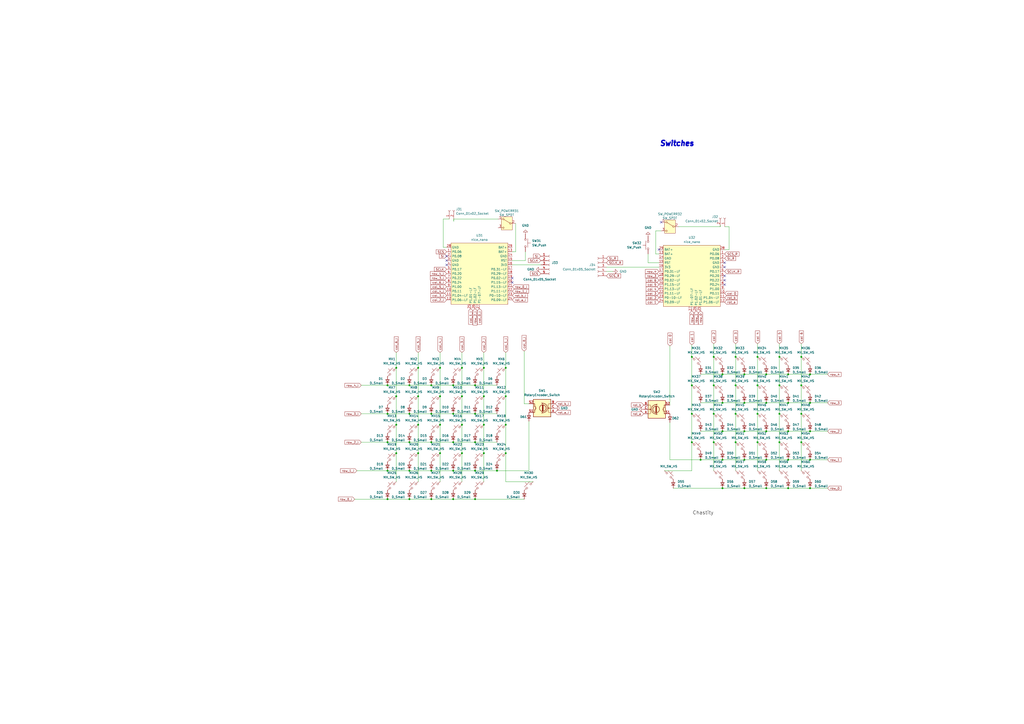
<source format=kicad_sch>
(kicad_sch (version 20231120) (generator "eeschema") (generator_version "8.0")
  (paper "A2")
  (lib_symbols
    (symbol "Connector:Conn_01x02_Socket" (pin_names (offset 1.016) hide)
      (property "Reference" "J" (at 0 2.54 0))
      (property "Value" "Conn_01x02_Socket" (at 0 -5.08 0))
      (symbol "Conn_01x02_Socket_1_1"
        (pin passive line (at -5.08 0 0) (length 3.81) (name "Pin_1") (number "1"))
        (pin passive line (at -5.08 -2.54 0) (length 3.81) (name "Pin_2") (number "2"))
      )
    )
    (symbol "Connector:Conn_01x05_Socket" (pin_names (offset 1.016) hide)
      (property "Reference" "J" (at 0 7.62 0))
      (property "Value" "Conn_01x05_Socket" (at 0 -7.62 0))
      (symbol "Conn_01x05_Socket_1_1"
        (pin passive line (at -5.08 5.08 0) (length 3.81) (name "Pin_1") (number "1"))
        (pin passive line (at -5.08 2.54 0) (length 3.81) (name "Pin_2") (number "2"))
        (pin passive line (at -5.08 0 0) (length 3.81) (name "Pin_3") (number "3"))
        (pin passive line (at -5.08 -2.54 0) (length 3.81) (name "Pin_4") (number "4"))
        (pin passive line (at -5.08 -5.08 0) (length 3.81) (name "Pin_5") (number "5"))
      )
    )
    (symbol "Device:D_Small" (pin_numbers hide) (pin_names (offset 0.254) hide)
      (property "Reference" "D" (at -1.27 2.032 0))
      (property "Value" "D_Small" (at -3.81 -2.032 0))
      (symbol "D_Small_1_1"
        (pin passive line (at -2.54 0 0) (length 1.778) (name "K") (number "1"))
        (pin passive line (at 2.54 0 180) (length 1.778) (name "A") (number "2"))
      )
    )
    (symbol "Device:RotaryEncoder_Switch" (pin_names (offset 0.254) hide)
      (property "Reference" "SW" (at 0 6.604 0))
      (property "Value" "RotaryEncoder_Switch" (at 0 -6.604 0))
      (symbol "RotaryEncoder_Switch_1_1"
        (pin passive line (at -7.62 2.54 0) (length 2.54) (name "A") (number "A"))
        (pin passive line (at -7.62 -2.54 0) (length 2.54) (name "B") (number "B"))
        (pin passive line (at -7.62 0 0) (length 2.54) (name "C") (number "C"))
        (pin passive line (at 7.62 2.54 180) (length 2.54) (name "S1") (number "S1"))
        (pin passive line (at 7.62 -2.54 180) (length 2.54) (name "S2") (number "S2"))
      )
    )
    (symbol "GND_1" (power) (pin_numbers hide) (pin_names (offset 0) hide)
      (property "Value" "GND" (at 0 -3.81 0))
      (symbol "GND_1_1_1"
        (pin power_in line (at 0 0 270) (length 0) (name "~") (number "1"))
      )
    )
    (symbol "GND_2" (power) (pin_numbers hide) (pin_names (offset 0) hide)
      (property "Value" "GND" (at 0 -3.81 0))
      (symbol "GND_2_1_1"
        (pin power_in line (at 0 0 270) (length 0) (name "~") (number "1"))
      )
    )
    (symbol "GND_3" (power) (pin_numbers hide) (pin_names (offset 0) hide)
      (property "Value" "GND" (at 0 -3.81 0))
      (symbol "GND_3_1_1"
        (pin power_in line (at 0 0 270) (length 0) (name "~") (number "1"))
      )
    )
    (symbol "PCM_marbastlib-mx:MX_SW_HS" (pin_numbers hide) (pin_names (offset 1.016) hide)
      (property "Reference" "MX" (at 3.048 1.016 0))
      (property "Value" "MX_SW_HS" (at 0 -3.81 0))
      (symbol "MX_SW_HS_0_1"
        (pin passive line (at -2.54 2.54 0) (length 0) (name "1") (number "1"))
        (pin passive line (at 2.54 -2.54 180) (length 0) (name "2") (number "2"))
      )
    )
    (symbol "PCM_marbastlib-promicroish:nice_nano" (in_bom no)
      (property "Reference" "U" (at 0 22.86 0))
      (property "Value" "nice_nano" (at 0 20.32 0))
      (symbol "nice_nano_0_0"
        (pin bidirectional line (at -19.05 13.97 0) (length 2.54) (name "P0.06") (number "1"))
        (pin bidirectional line (at -19.05 -8.89 0) (length 2.54) (name "P0.11") (number "10"))
        (pin bidirectional line (at -19.05 -11.43 0) (length 2.54) (name "P1.04-LF") (number "11"))
        (pin bidirectional line (at -19.05 -13.97 0) (length 2.54) (name "P1.06-LF") (number "12"))
        (pin power_out line (at 19.05 11.43 180) (length 2.54) (name "GND") (number "14"))
        (pin bidirectional line (at 19.05 8.89 180) (length 2.54) (name "RST") (number "15"))
        (pin bidirectional line (at 19.05 3.81 180) (length 2.54) (name "P0.31-LF") (number "17"))
        (pin bidirectional line (at 19.05 1.27 180) (length 2.54) (name "P0.29-LF") (number "18"))
        (pin bidirectional line (at 19.05 -1.27 180) (length 2.54) (name "P0.02-LF") (number "19"))
        (pin bidirectional line (at -19.05 11.43 0) (length 2.54) (name "P0.08") (number "2"))
        (pin bidirectional line (at 19.05 -3.81 180) (length 2.54) (name "P1.15-LF") (number "20"))
        (pin bidirectional line (at 19.05 -6.35 180) (length 2.54) (name "P1.13-LF") (number "21"))
        (pin bidirectional line (at 19.05 -8.89 180) (length 2.54) (name "P1.11-LF") (number "22"))
        (pin bidirectional line (at 19.05 -11.43 180) (length 2.54) (name "P0-10-LF") (number "23"))
        (pin bidirectional line (at 19.05 -13.97 180) (length 2.54) (name "P0.09-LF") (number "24"))
        (pin power_out line (at -19.05 8.89 0) (length 2.54) (name "GND") (number "3"))
        (pin power_out line (at -19.05 6.35 0) (length 2.54) (name "GND") (number "4"))
        (pin bidirectional line (at -19.05 3.81 0) (length 2.54) (name "P0.17") (number "5"))
        (pin bidirectional line (at -19.05 1.27 0) (length 2.54) (name "P0.20") (number "6"))
        (pin bidirectional line (at -19.05 -1.27 0) (length 2.54) (name "P0.22") (number "7"))
        (pin bidirectional line (at -19.05 -3.81 0) (length 2.54) (name "P0.24") (number "8"))
        (pin bidirectional line (at -19.05 -6.35 0) (length 2.54) (name "P1.00") (number "9"))
      )
      (symbol "nice_nano_1_0"
        (pin power_out line (at 19.05 13.97 180) (length 2.54) (name "BAT+") (number "13"))
        (pin power_out line (at 19.05 6.35 180) (length 2.54) (name "3V3") (number "16"))
        (pin bidirectional line (at -5.08 -19.05 90) (length 2.54) (name "P1.01-LF") (number "25"))
        (pin bidirectional line (at -2.54 -19.05 90) (length 2.54) (name "P1.02-LF") (number "26"))
        (pin bidirectional line (at 0 -19.05 90) (length 2.54) (name "P1-07-LF") (number "27"))
        (pin power_out line (at -19.05 16.51 0) (length 2.54) (name "GND") (number "28"))
        (pin power_out line (at 19.05 16.51 180) (length 2.54) (name "BAT+") (number "29"))
      )
    )
    (symbol "Switch:SW_SPDT" (pin_names (offset 0) hide)
      (property "Reference" "SW" (at 0 5.08 0))
      (property "Value" "SW_SPDT" (at 0 -5.08 0))
      (symbol "SW_SPDT_1_1"
        (pin passive line (at 5.08 2.54 180) (length 2.54) (name "A") (number "1"))
        (pin passive line (at -5.08 0 0) (length 2.54) (name "B") (number "2"))
        (pin passive line (at 5.08 -2.54 180) (length 2.54) (name "C") (number "3"))
      )
    )
    (symbol "chastity lib:SW_Push" (pin_numbers hide) (pin_names (offset 1.016) hide)
      (property "Reference" "SW" (at 1.27 2.54 0))
      (property "Value" "SW_Push" (at 0 -1.524 0))
      (symbol "SW_Push_0_1"
        (pin passive line (at -5.08 0 0) (length 2.54) (name "1") (number "1"))
        (pin passive line (at 5.08 0 180) (length 2.54) (name "2") (number "2"))
      )
    )
    (symbol "power:GND" (power) (pin_names (offset 0))
      (property "Value" "GND" (at 0 -3.81 0))
      (symbol "GND_1_1"
        (pin power_in line (at 0 0 270) (length 0) hide (name "GND") (number "1"))
      )
    )
  )
  (junction (at 250.19 223.52))
  (junction (at 255.27 229.87))
  (junction (at 250.19 256.54))
  (junction (at 224.79 240.03))
  (junction (at 293.37 229.87))
  (junction (at 280.67 229.87))
  (junction (at 464.82 240.03))
  (junction (at 426.72 207.01))
  (junction (at 267.97 229.87))
  (junction (at 224.79 223.52))
  (junction (at 262.89 256.54))
  (junction (at 419.1 233.68))
  (junction (at 401.32 240.03))
  (junction (at 280.67 246.38))
  (junction (at 242.57 262.89))
  (junction (at 444.5 250.19))
  (junction (at 262.89 223.52))
  (junction (at 401.32 207.01))
  (junction (at 250.19 289.56))
  (junction (at 414.02 240.03))
  (junction (at 255.27 213.36))
  (junction (at 267.97 213.36))
  (junction (at 224.79 289.56))
  (junction (at 262.89 240.03))
  (junction (at 419.1 250.19))
  (junction (at 457.2 233.68))
  (junction (at 224.79 256.54))
  (junction (at 242.57 213.36))
  (junction (at 469.9 266.7))
  (junction (at 237.49 289.56))
  (junction (at 255.27 262.89))
  (junction (at 237.49 256.54))
  (junction (at 431.8 283.21))
  (junction (at 444.5 283.21))
  (junction (at 280.67 213.36))
  (junction (at 242.57 229.87))
  (junction (at 431.8 217.17))
  (junction (at 293.37 213.36))
  (junction (at 444.5 233.68))
  (junction (at 469.9 233.68))
  (junction (at 452.12 240.03))
  (junction (at 237.49 223.52))
  (junction (at 426.72 223.52))
  (junction (at 439.42 223.52))
  (junction (at 255.27 246.38))
  (junction (at 275.59 273.05))
  (junction (at 469.9 250.19))
  (junction (at 426.72 256.54))
  (junction (at 444.5 217.17))
  (junction (at 452.12 256.54))
  (junction (at 267.97 262.89))
  (junction (at 469.9 283.21))
  (junction (at 439.42 207.01))
  (junction (at 457.2 250.19))
  (junction (at 288.29 273.05))
  (junction (at 229.87 246.38))
  (junction (at 250.19 240.03))
  (junction (at 267.97 246.38))
  (junction (at 293.37 262.89))
  (junction (at 275.59 256.54))
  (junction (at 414.02 207.01))
  (junction (at 439.42 256.54))
  (junction (at 464.82 207.01))
  (junction (at 419.1 217.17))
  (junction (at 414.02 223.52))
  (junction (at 464.82 256.54))
  (junction (at 452.12 223.52))
  (junction (at 419.1 283.21))
  (junction (at 224.79 273.05))
  (junction (at 431.8 250.19))
  (junction (at 457.2 266.7))
  (junction (at 237.49 273.05))
  (junction (at 439.42 240.03))
  (junction (at 406.4 266.7))
  (junction (at 262.89 289.56))
  (junction (at 464.82 223.52))
  (junction (at 293.37 246.38))
  (junction (at 431.8 266.7))
  (junction (at 275.59 289.56))
  (junction (at 431.8 233.68))
  (junction (at 401.32 223.52))
  (junction (at 229.87 213.36))
  (junction (at 469.9 217.17))
  (junction (at 444.5 266.7))
  (junction (at 419.1 266.7))
  (junction (at 250.19 273.05))
  (junction (at 280.67 262.89))
  (junction (at 452.12 207.01))
  (junction (at 401.32 256.54))
  (junction (at 426.72 240.03))
  (junction (at 262.89 273.05))
  (junction (at 457.2 217.17))
  (junction (at 275.59 240.03))
  (junction (at 242.57 246.38))
  (junction (at 414.02 256.54))
  (junction (at 237.49 240.03))
  (junction (at 229.87 229.87))
  (junction (at 275.59 223.52))
  (junction (at 457.2 283.21))
  (junction (at 229.87 262.89))
  (no_connect (at 382.27 144.78))
  (no_connect (at 420.37 154.94))
  (no_connect (at 420.37 152.4))
  (no_connect (at 297.18 161.29))
  (no_connect (at 420.37 162.56))
  (no_connect (at 420.37 160.02))
  (no_connect (at 259.08 153.67))
  (no_connect (at 420.37 165.1))
  (no_connect (at 259.08 151.13))
  (no_connect (at 297.18 163.83))
  (no_connect (at 259.08 148.59))
  (no_connect (at 383.54 128.905))
  (wire (pts (xy 431.8 217.17) (xy 444.5 217.17)))
  (wire (pts (xy 444.5 250.19) (xy 457.2 250.19)))
  (wire (pts (xy 293.37 246.38) (xy 293.37 262.89)))
  (wire (pts (xy 257.175 127.0431) (xy 260.6621 127.0431)))
  (wire (pts (xy 306.8441 244.3608) (xy 306.8441 273.05)))
  (wire (pts (xy 207.01 273.05) (xy 224.79 273.05)))
  (wire (pts (xy 388.62 200.66) (xy 388.62 234.95)))
  (wire (pts (xy 452.12 256.54) (xy 452.12 273.05)))
  (wire (pts (xy 304.165 289.56) (xy 275.59 289.56)))
  (wire (pts (xy 275.59 289.56) (xy 262.89 289.56)))
  (wire (pts (xy 288.29 273.05) (xy 275.59 273.05)))
  (wire (pts (xy 426.72 207.01) (xy 426.72 223.52)))
  (wire (pts (xy 242.57 262.89) (xy 242.57 279.4)))
  (wire (pts (xy 275.59 223.52) (xy 262.89 223.52)))
  (wire (pts (xy 414.02 207.01) (xy 414.02 223.52)))
  (wire (pts (xy 242.57 229.87) (xy 242.57 246.38)))
  (wire (pts (xy 444.5 233.68) (xy 457.2 233.68)))
  (wire (pts (xy 293.37 204.47) (xy 293.37 213.36)))
  (wire (pts (xy 255.27 246.38) (xy 255.27 262.89)))
  (wire (pts (xy 414.02 256.54) (xy 414.02 273.05)))
  (wire (pts (xy 229.87 204.47) (xy 229.87 213.36)))
  (wire (pts (xy 420.37 131.445) (xy 422.91 131.445)))
  (wire (pts (xy 439.42 199.39) (xy 439.42 207.01)))
  (wire (pts (xy 401.32 223.52) (xy 401.32 240.03)))
  (wire (pts (xy 444.5 217.17) (xy 457.2 217.17)))
  (wire (pts (xy 457.2 217.17) (xy 469.9 217.17)))
  (wire (pts (xy 209.55 256.54) (xy 224.79 256.54)))
  (wire (pts (xy 237.49 289.56) (xy 224.79 289.56)))
  (wire (pts (xy 355.6 157.48) (xy 351.79 157.48)))
  (wire (pts (xy 250.19 256.54) (xy 237.49 256.54)))
  (wire (pts (xy 469.9 266.7) (xy 480.06 266.7)))
  (wire (pts (xy 262.89 273.05) (xy 250.19 273.05)))
  (wire (pts (xy 444.5 283.21) (xy 457.2 283.21)))
  (wire (pts (xy 452.12 223.52) (xy 452.12 240.03)))
  (wire (pts (xy 390.525 283.21) (xy 419.1 283.21)))
  (wire (pts (xy 439.42 207.01) (xy 439.42 223.52)))
  (wire (pts (xy 382.27 152.4) (xy 375.92 152.4)))
  (wire (pts (xy 464.82 223.52) (xy 464.82 240.03)))
  (wire (pts (xy 401.32 200.025) (xy 401.32 207.01)))
  (wire (pts (xy 257.175 143.51) (xy 259.08 143.51)))
  (wire (pts (xy 457.2 250.19) (xy 469.9 250.19)))
  (wire (pts (xy 267.97 262.89) (xy 267.97 279.4)))
  (wire (pts (xy 452.12 207.01) (xy 452.12 223.52)))
  (wire (pts (xy 406.4 250.19) (xy 419.1 250.19)))
  (wire (pts (xy 209.55 223.52) (xy 224.79 223.52)))
  (wire (pts (xy 237.49 256.54) (xy 224.79 256.54)))
  (wire (pts (xy 229.87 213.36) (xy 229.87 229.87)))
  (wire (pts (xy 469.9 250.19) (xy 480.06 250.19)))
  (wire (pts (xy 304.0392 234.2008) (xy 306.8441 234.2008)))
  (wire (pts (xy 275.59 240.03) (xy 262.89 240.03)))
  (wire (pts (xy 452.12 240.03) (xy 452.12 256.54)))
  (wire (pts (xy 259.08 168.91) (xy 259.08 168.8923)))
  (wire (pts (xy 297.7971 146.0946) (xy 299.0671 146.0946)))
  (wire (pts (xy 297.7971 146.0946) (xy 297.7971 146.05)))
  (wire (pts (xy 263.2554 127.0587) (xy 263.2554 128.27)))
  (wire (pts (xy 237.49 273.05) (xy 224.79 273.05)))
  (wire (pts (xy 267.97 213.36) (xy 267.97 229.87)))
  (wire (pts (xy 388.62 266.7) (xy 406.4 266.7)))
  (wire (pts (xy 431.8 283.21) (xy 444.5 283.21)))
  (wire (pts (xy 406.4 266.7) (xy 419.1 266.7)))
  (wire (pts (xy 288.9071 127.0587) (xy 263.2554 127.0587)))
  (wire (pts (xy 250.19 289.56) (xy 237.49 289.56)))
  (wire (pts (xy 293.37 262.89) (xy 293.37 279.4)))
  (wire (pts (xy 257.175 127.0431) (xy 257.175 143.51)))
  (wire (pts (xy 380.3375 133.9647) (xy 380.3375 147.32)))
  (wire (pts (xy 255.27 229.87) (xy 255.27 246.38)))
  (wire (pts (xy 383.5514 133.9647) (xy 380.3375 133.9647)))
  (wire (pts (xy 426.72 223.52) (xy 426.72 240.03)))
  (wire (pts (xy 452.12 199.39) (xy 452.12 207.01)))
  (wire (pts (xy 380.3375 147.32) (xy 382.27 147.32)))
  (wire (pts (xy 275.59 256.54) (xy 262.89 256.54)))
  (wire (pts (xy 417.8414 131.4247) (xy 393.7114 131.4247)))
  (wire (pts (xy 417.8414 131.4247) (xy 417.8414 130.81)))
  (wire (pts (xy 457.2 233.68) (xy 469.9 233.68)))
  (wire (pts (xy 263.2021 128.27) (xy 263.2021 127.0431)))
  (wire (pts (xy 288.29 240.03) (xy 275.59 240.03)))
  (wire (pts (xy 237.49 240.03) (xy 224.79 240.03)))
  (wire (pts (xy 280.67 262.89) (xy 280.67 279.4)))
  (wire (pts (xy 267.97 229.87) (xy 267.97 246.38)))
  (wire (pts (xy 309.245 279.4) (xy 293.37 279.4)))
  (wire (pts (xy 464.82 240.03) (xy 464.82 256.54)))
  (wire (pts (xy 250.19 240.03) (xy 237.49 240.03)))
  (wire (pts (xy 263.2554 128.27) (xy 263.2021 128.27)))
  (wire (pts (xy 242.57 204.47) (xy 242.57 213.36)))
  (wire (pts (xy 457.2 283.21) (xy 469.9 283.21)))
  (wire (pts (xy 401.32 207.01) (xy 401.32 223.52)))
  (wire (pts (xy 401.32 240.03) (xy 401.32 256.54)))
  (wire (pts (xy 293.37 229.87) (xy 293.37 246.38)))
  (wire (pts (xy 469.9 233.68) (xy 480.06 233.68)))
  (wire (pts (xy 229.87 229.87) (xy 229.87 246.38)))
  (wire (pts (xy 280.67 246.38) (xy 280.67 262.89)))
  (wire (pts (xy 457.2 266.7) (xy 469.9 266.7)))
  (wire (pts (xy 431.8 233.68) (xy 444.5 233.68)))
  (wire (pts (xy 275.59 273.05) (xy 262.89 273.05)))
  (wire (pts (xy 439.42 240.03) (xy 439.42 256.54)))
  (wire (pts (xy 304.0392 203.6687) (xy 304.0392 234.2008)))
  (wire (pts (xy 439.42 256.54) (xy 439.42 273.05)))
  (wire (pts (xy 288.29 256.54) (xy 275.59 256.54)))
  (wire (pts (xy 262.89 223.52) (xy 250.19 223.52)))
  (wire (pts (xy 414.02 240.03) (xy 414.02 256.54)))
  (wire (pts (xy 419.1 233.68) (xy 431.8 233.68)))
  (wire (pts (xy 297.7971 146.05) (xy 297.18 146.05)))
  (wire (pts (xy 262.89 256.54) (xy 250.19 256.54)))
  (wire (pts (xy 422.91 131.445) (xy 422.91 144.78)))
  (wire (pts (xy 304.8 151.13) (xy 304.8 146.05)))
  (wire (pts (xy 229.87 246.38) (xy 229.87 262.89)))
  (wire (pts (xy 417.83 130.81) (xy 417.83 131.445)))
  (wire (pts (xy 288.29 223.52) (xy 275.59 223.52)))
  (wire (pts (xy 250.19 223.52) (xy 237.49 223.52)))
  (wire (pts (xy 267.97 204.47) (xy 267.97 213.36)))
  (wire (pts (xy 242.57 246.38) (xy 242.57 262.89)))
  (wire (pts (xy 237.49 223.52) (xy 224.79 223.52)))
  (wire (pts (xy 385.445 273.05) (xy 401.32 273.05)))
  (wire (pts (xy 431.8 250.19) (xy 444.5 250.19)))
  (wire (pts (xy 280.67 213.36) (xy 280.67 229.87)))
  (wire (pts (xy 299.0671 129.5987) (xy 299.0671 146.0946)))
  (wire (pts (xy 205.74 289.56) (xy 224.79 289.56)))
  (wire (pts (xy 255.27 262.89) (xy 255.27 279.4)))
  (wire (pts (xy 280.67 229.87) (xy 280.67 246.38)))
  (wire (pts (xy 417.8414 130.81) (xy 417.83 130.81)))
  (wire (pts (xy 469.9 283.21) (xy 480.06 283.21)))
  (wire (pts (xy 250.19 273.05) (xy 237.49 273.05)))
  (wire (pts (xy 464.82 199.39) (xy 464.82 207.01)))
  (wire (pts (xy 464.82 256.54) (xy 464.82 273.05)))
  (wire (pts (xy 262.89 289.56) (xy 250.19 289.56)))
  (wire (pts (xy 406.4 217.17) (xy 419.1 217.17)))
  (wire (pts (xy 242.57 213.36) (xy 242.57 229.87)))
  (wire (pts (xy 259.08 166.37) (xy 259.08 166.4607)))
  (wire (pts (xy 439.42 223.52) (xy 439.42 240.03)))
  (wire (pts (xy 414.02 223.52) (xy 414.02 240.03)))
  (wire (pts (xy 375.92 147.32) (xy 375.92 152.4)))
  (wire (pts (xy 406.4 233.68) (xy 419.1 233.68)))
  (wire (pts (xy 255.27 213.36) (xy 255.27 229.87)))
  (wire (pts (xy 426.72 256.54) (xy 426.72 273.05)))
  (wire (pts (xy 422.91 144.78) (xy 420.37 144.78)))
  (wire (pts (xy 306.8441 273.05) (xy 288.29 273.05)))
  (wire (pts (xy 401.32 256.54) (xy 401.32 273.05)))
  (wire (pts (xy 229.87 262.89) (xy 229.87 279.4)))
  (wire (pts (xy 469.9 217.17) (xy 480.06 217.17)))
  (wire (pts (xy 209.55 240.03) (xy 224.79 240.03)))
  (wire (pts (xy 255.27 204.47) (xy 255.27 213.36)))
  (wire (pts (xy 262.89 240.03) (xy 250.19 240.03)))
  (wire (pts (xy 351.79 154.94) (xy 382.27 154.94)))
  (wire (pts (xy 388.62 245.11) (xy 388.62 266.7)))
  (wire (pts (xy 293.37 213.36) (xy 293.37 229.87)))
  (wire (pts (xy 419.1 266.7) (xy 431.8 266.7)))
  (wire (pts (xy 426.72 240.03) (xy 426.72 256.54)))
  (wire (pts (xy 419.1 217.17) (xy 431.8 217.17)))
  (wire (pts (xy 414.02 199.39) (xy 414.02 207.01)))
  (wire (pts (xy 419.1 283.21) (xy 431.8 283.21)))
  (wire (pts (xy 297.18 151.13) (xy 304.8 151.13)))
  (wire (pts (xy 280.67 204.47) (xy 280.67 213.36)))
  (wire (pts (xy 267.97 246.38) (xy 267.97 262.89)))
  (wire (pts (xy 426.72 199.39) (xy 426.72 207.01)))
  (wire (pts (xy 431.8 266.7) (xy 444.5 266.7)))
  (wire (pts (xy 419.1 250.19) (xy 431.8 250.19)))
  (wire (pts (xy 464.82 207.01) (xy 464.82 223.52)))
  (wire (pts (xy 297.18 153.67) (xy 313.69 153.67)))
  (wire (pts (xy 444.5 266.7) (xy 457.2 266.7)))
  (text "Chastity" (at 401.7685 298.7495 0) (effects (font (size 2 2)) (justify left bottom)))
  (text "Switches" (at 382.524 85.09 0) (effects (font (size 3 3) (thickness 2) (bold yes) (italic yes)) (justify left bottom)))
  (global_label "col_4_l" (shape input) (at 255.27 204.47 90) (property "Intersheetrefs" "${INTERSHEET_REFS}" (effects (hide yes))))
  (global_label "row_2_l" (shape input) (at 275.59 179.07 270) (property "Intersheetrefs" "${INTERSHEET_REFS}" (effects (hide yes))))
  (global_label "SCLK" (shape input) (at 313.69 151.13 180) (property "Intersheetrefs" "${INTERSHEET_REFS}" (effects (hide yes))))
  (global_label "rot_a" (shape input) (at 373.38 240.03 180) (property "Intersheetrefs" "${INTERSHEET_REFS}" (effects (hide yes))))
  (global_label "col_6_l" (shape input) (at 259.08 163.83 180) (property "Intersheetrefs" "${INTERSHEET_REFS}" (effects (hide yes))))
  (global_label "col 6" (shape input) (at 382.27 162.56 180) (property "Intersheetrefs" "${INTERSHEET_REFS}" (effects (hide yes))))
  (global_label "col 2" (shape input) (at 414.02 199.39 90) (property "Intersheetrefs" "${INTERSHEET_REFS}" (effects (hide yes))))
  (global_label "col_2_l" (shape input) (at 259.08 173.99 180) (property "Intersheetrefs" "${INTERSHEET_REFS}" (effects (hide yes))))
  (global_label "rot_b_l" (shape input) (at 322.0841 234.2008 0) (property "Intersheetrefs" "${INTERSHEET_REFS}" (effects (hide yes))))
  (global_label "col 3" (shape input) (at 382.27 170.18 180) (property "Intersheetrefs" "${INTERSHEET_REFS}" (effects (hide yes))))
  (global_label "SI_R" (shape input) (at 420.37 149.86 0) (property "Intersheetrefs" "${INTERSHEET_REFS}" (effects (hide yes))))
  (global_label "col_1_l" (shape input) (at 273.05 179.07 270) (property "Intersheetrefs" "${INTERSHEET_REFS}" (effects (hide yes))))
  (global_label "rot_b" (shape input) (at 373.38 234.95 180) (property "Intersheetrefs" "${INTERSHEET_REFS}" (effects (hide yes))))
  (global_label "row_4" (shape input) (at 382.27 157.48 180) (property "Intersheetrefs" "${INTERSHEET_REFS}" (effects (hide yes))))
  (global_label "SCLK_R" (shape input) (at 420.37 157.48 0) (property "Intersheetrefs" "${INTERSHEET_REFS}" (effects (hide yes))))
  (global_label "SCLK" (shape input) (at 259.08 156.21 180) (property "Intersheetrefs" "${INTERSHEET_REFS}" (effects (hide yes))))
  (global_label "rot_b_l" (shape input) (at 297.18 171.45 0) (property "Intersheetrefs" "${INTERSHEET_REFS}" (effects (hide yes))))
  (global_label "col_6_l" (shape input) (at 229.87 204.47 90) (property "Intersheetrefs" "${INTERSHEET_REFS}" (effects (hide yes))))
  (global_label "row_4_l" (shape input) (at 259.08 158.75 180) (property "Intersheetrefs" "${INTERSHEET_REFS}" (effects (hide yes))))
  (global_label "col 5" (shape input) (at 452.12 199.39 90) (property "Intersheetrefs" "${INTERSHEET_REFS}" (effects (hide yes))))
  (global_label "row_3_l" (shape input) (at 209.55 240.03 180) (property "Intersheetrefs" "${INTERSHEET_REFS}" (effects (hide yes))))
  (global_label "row_3" (shape input) (at 382.27 160.02 180) (property "Intersheetrefs" "${INTERSHEET_REFS}" (effects (hide yes))))
  (global_label "SCS_R" (shape input) (at 420.37 147.32 0) (property "Intersheetrefs" "${INTERSHEET_REFS}" (effects (hide yes))))
  (global_label "SI" (shape input) (at 259.08 148.59 180) (property "Intersheetrefs" "${INTERSHEET_REFS}" (effects (hide yes))))
  (global_label "col 6" (shape input) (at 464.82 199.39 90) (property "Intersheetrefs" "${INTERSHEET_REFS}" (effects (hide yes))))
  (global_label "row_4_l" (shape input) (at 209.55 223.52 180) (property "Intersheetrefs" "${INTERSHEET_REFS}" (effects (hide yes))))
  (global_label "row_2_l" (shape input) (at 209.55 256.54 180) (property "Intersheetrefs" "${INTERSHEET_REFS}" (effects (hide yes))))
  (global_label "col 1" (shape input) (at 382.27 175.26 180) (property "Intersheetrefs" "${INTERSHEET_REFS}" (effects (hide yes))))
  (global_label "row_1" (shape input) (at 403.86 180.34 270) (property "Intersheetrefs" "${INTERSHEET_REFS}" (effects (hide yes))))
  (global_label "col_1_l" (shape input) (at 293.37 204.47 90) (property "Intersheetrefs" "${INTERSHEET_REFS}" (effects (hide yes))))
  (global_label "col_3_l" (shape input) (at 267.97 204.47 90) (property "Intersheetrefs" "${INTERSHEET_REFS}" (effects (hide yes))))
  (global_label "row_0" (shape input) (at 480.06 283.21 0) (property "Intersheetrefs" "${INTERSHEET_REFS}" (effects (hide yes))))
  (global_label "row_4" (shape input) (at 480.06 217.17 0) (property "Intersheetrefs" "${INTERSHEET_REFS}" (effects (hide yes))))
  (global_label "rot_a_l" (shape input) (at 322.0841 239.2808 0) (property "Intersheetrefs" "${INTERSHEET_REFS}" (effects (hide yes))))
  (global_label "col 1" (shape input) (at 401.32 200.025 90) (property "Intersheetrefs" "${INTERSHEET_REFS}" (effects (hide yes))))
  (global_label "row_1" (shape input) (at 480.06 266.7 0) (property "Intersheetrefs" "${INTERSHEET_REFS}" (effects (hide yes))))
  (global_label "rot_a_l" (shape input) (at 297.18 173.99 0) (property "Intersheetrefs" "${INTERSHEET_REFS}" (effects (hide yes))))
  (global_label "SI" (shape input) (at 313.69 148.59 180) (property "Intersheetrefs" "${INTERSHEET_REFS}" (effects (hide yes))))
  (global_label "row_2" (shape input) (at 401.32 180.34 270) (property "Intersheetrefs" "${INTERSHEET_REFS}" (effects (hide yes))))
  (global_label "SCLK_R" (shape input) (at 351.79 152.4 0) (property "Intersheetrefs" "${INTERSHEET_REFS}" (effects (hide yes))))
  (global_label "col_0_l" (shape input) (at 304.0392 203.6687 90) (property "Intersheetrefs" "${INTERSHEET_REFS}" (effects (hide yes))))
  (global_label "row_1_l" (shape input) (at 207.01 273.05 180) (property "Intersheetrefs" "${INTERSHEET_REFS}" (effects (hide yes))))
  (global_label "row_3" (shape input) (at 480.06 233.68 0) (property "Intersheetrefs" "${INTERSHEET_REFS}" (effects (hide yes))))
  (global_label "col_4_l" (shape input) (at 259.08 168.91 180) (property "Intersheetrefs" "${INTERSHEET_REFS}" (effects (hide yes))))
  (global_label "col_5_l" (shape input) (at 242.57 204.47 90) (property "Intersheetrefs" "${INTERSHEET_REFS}" (effects (hide yes))))
  (global_label "col 0" (shape input) (at 420.37 170.18 0) (property "Intersheetrefs" "${INTERSHEET_REFS}" (effects (hide yes))))
  (global_label "row_0_l" (shape input) (at 297.18 166.37 0) (property "Intersheetrefs" "${INTERSHEET_REFS}" (effects (hide yes))))
  (global_label "SCS" (shape input) (at 313.69 158.75 180) (property "Intersheetrefs" "${INTERSHEET_REFS}" (effects (hide yes))))
  (global_label "col 0" (shape input) (at 388.62 200.66 90) (property "Intersheetrefs" "${INTERSHEET_REFS}" (effects (hide yes))))
  (global_label "SCS_R" (shape input) (at 351.79 160.02 0) (property "Intersheetrefs" "${INTERSHEET_REFS}" (effects (hide yes))))
  (global_label "row_2" (shape input) (at 480.06 250.19 0) (property "Intersheetrefs" "${INTERSHEET_REFS}" (effects (hide yes))))
  (global_label "col_3_l" (shape input) (at 259.08 171.45 180) (property "Intersheetrefs" "${INTERSHEET_REFS}" (effects (hide yes))))
  (global_label "row_0" (shape input) (at 406.4 180.34 270) (property "Intersheetrefs" "${INTERSHEET_REFS}" (effects (hide yes))))
  (global_label "row_1_l" (shape input) (at 297.18 168.91 0) (property "Intersheetrefs" "${INTERSHEET_REFS}" (effects (hide yes))))
  (global_label "col_0_l" (shape input) (at 278.13 179.07 270) (property "Intersheetrefs" "${INTERSHEET_REFS}" (effects (hide yes))))
  (global_label "col 4" (shape input) (at 439.42 199.39 90) (property "Intersheetrefs" "${INTERSHEET_REFS}" (effects (hide yes))))
  (global_label "row_0_l" (shape input) (at 205.74 289.56 180) (property "Intersheetrefs" "${INTERSHEET_REFS}" (effects (hide yes))))
  (global_label "rot_b" (shape input) (at 420.37 172.72 0) (property "Intersheetrefs" "${INTERSHEET_REFS}" (effects (hide yes))))
  (global_label "col 4" (shape input) (at 382.27 167.64 180) (property "Intersheetrefs" "${INTERSHEET_REFS}" (effects (hide yes))))
  (global_label "col 5" (shape input) (at 382.27 165.1 180) (property "Intersheetrefs" "${INTERSHEET_REFS}" (effects (hide yes))))
  (global_label "col_5_l" (shape input) (at 259.08 166.37 180) (property "Intersheetrefs" "${INTERSHEET_REFS}" (effects (hide yes))))
  (global_label "col_2_l" (shape input) (at 280.67 204.47 90) (property "Intersheetrefs" "${INTERSHEET_REFS}" (effects (hide yes))))
  (global_label "col 2" (shape input) (at 382.27 172.72 180) (property "Intersheetrefs" "${INTERSHEET_REFS}" (effects (hide yes))))
  (global_label "SI_R" (shape input) (at 351.79 149.86 0) (property "Intersheetrefs" "${INTERSHEET_REFS}" (effects (hide yes))))
  (global_label "rot_a" (shape input) (at 420.37 175.26 0) (property "Intersheetrefs" "${INTERSHEET_REFS}" (effects (hide yes))))
  (global_label "col 3" (shape input) (at 426.72 199.39 90) (property "Intersheetrefs" "${INTERSHEET_REFS}" (effects (hide yes))))
  (global_label "SCS" (shape input) (at 259.08 146.05 180) (property "Intersheetrefs" "${INTERSHEET_REFS}" (effects (hide yes))))
  (global_label "row_3_l" (shape input) (at 259.08 161.29 180) (property "Intersheetrefs" "${INTERSHEET_REFS}" (effects (hide yes))))
  (symbol (lib_id "Device:D_Small") (at 457.2 264.16 90) (unit 1)
    (property "Reference" "D53" (at 459.74 262.89 90) (effects (justify right)))
    (property "Value" "D_Small" (at 459.74 265.43 90) (effects (justify right)))
    (property "Footprint" "Diode_SMD:D_SOD-123" (effects (hide yes)))
    (property "Sim.Device" "D" (effects (hide yes)))
    (property "Sim.Pins" "1=K 2=A" (effects (hide yes)))
  )
  (symbol (lib_id "Device:D_Small") (at 306.8441 241.8208 270) (mirror x) (unit 1)
    (property "Reference" "D61" (at 305.5741 241.8208 90) (effects (justify right)))
    (property "Value" "D_Small" (effects (hide yes)))
    (property "Footprint" "Diode_SMD:D_SOD-123" (effects (hide yes)))
    (property "Sim.Device" "D" (effects (hide yes)))
    (property "Sim.Pins" "1=K 2=A" (effects (hide yes)))
  )
  (symbol (lib_id "Device:D_Small") (at 250.19 220.98 270) (mirror x) (unit 1)
    (property "Reference" "D3" (at 247.65 219.71 90) (effects (justify right)))
    (property "Value" "D_Small" (at 247.65 222.25 90) (effects (justify right)))
    (property "Footprint" "Diode_SMD:D_SOD-123" (effects (hide yes)))
    (property "Sim.Device" "D" (effects (hide yes)))
    (property "Sim.Pins" "1=K 2=A" (effects (hide yes)))
  )
  (symbol (lib_id "PCM_marbastlib-mx:MX_SW_HS") (at 240.03 265.43 0) (mirror y) (unit 1)
    (property "Reference" "MX20" (at 240.03 257.81 0))
    (property "Value" "MX_SW_HS" (at 240.03 260.35 0))
    (property "Footprint" "PCM_marbastlib-choc:SW_choc_v1_HS_CPG135001S30_1u" (effects (hide yes)))
  )
  (symbol (lib_id "PCM_marbastlib-mx:MX_SW_HS") (at 387.985 275.59 0) (unit 1)
    (property "Reference" "MX55" (effects (hide yes)))
    (property "Value" "MX_SW_HS" (at 387.985 270.51 0))
    (property "Footprint" "PCM_marbastlib-choc:SW_choc_v1_HS_CPG135001S30_1u" (effects (hide yes)))
  )
  (symbol (lib_id "Device:D_Small") (at 288.29 254 270) (mirror x) (unit 1)
    (property "Reference" "D18" (at 285.75 252.73 90) (effects (justify right)))
    (property "Value" "D_Small" (at 285.75 255.27 90) (effects (justify right)))
    (property "Footprint" "Diode_SMD:D_SOD-123" (effects (hide yes)))
    (property "Sim.Device" "D" (effects (hide yes)))
    (property "Sim.Pins" "1=K 2=A" (effects (hide yes)))
  )
  (symbol (lib_id "Device:D_Small") (at 406.4 214.63 90) (unit 1)
    (property "Reference" "D31" (at 408.94 213.36 90) (effects (justify right)))
    (property "Value" "D_Small" (at 408.94 215.9 90) (effects (justify right)))
    (property "Footprint" "Diode_SMD:D_SOD-123" (effects (hide yes)))
    (property "Sim.Device" "D" (effects (hide yes)))
    (property "Sim.Pins" "1=K 2=A" (effects (hide yes)))
  )
  (symbol (lib_id "PCM_marbastlib-mx:MX_SW_HS") (at 290.83 215.9 0) (mirror y) (unit 1)
    (property "Reference" "MX6" (at 290.83 208.28 0))
    (property "Value" "MX_SW_HS" (at 290.83 210.82 0))
    (property "Footprint" "PCM_marbastlib-choc:SW_choc_v1_HS_CPG135001S30_1u" (effects (hide yes)))
  )
  (symbol (lib_id "PCM_marbastlib-promicroish:nice_nano") (at 401.32 161.29 0) (mirror y) (unit 1) (in_bom no)
    (property "Reference" "U32" (at 401.32 137.795 0))
    (property "Value" "nice_nano" (at 401.32 140.335 0))
    (property "Footprint" "PCM_marbastlib-xp-promicroish:nice_nano_AH_USBup" (effects (hide yes)))
    (property "Datasheet" "https://nicekeyboards.com/docs/nice-nano/pinout-schematic" (effects (hide yes)))
  )
  (symbol (lib_id "Device:D_Small") (at 419.1 264.16 90) (unit 1)
    (property "Reference" "D50" (at 421.64 262.89 90) (effects (justify right)))
    (property "Value" "D_Small" (at 421.64 265.43 90) (effects (justify right)))
    (property "Footprint" "Diode_SMD:D_SOD-123" (effects (hide yes)))
    (property "Sim.Device" "D" (effects (hide yes)))
    (property "Sim.Pins" "1=K 2=A" (effects (hide yes)))
  )
  (symbol (lib_id "Device:D_Small") (at 250.19 270.51 270) (mirror x) (unit 1)
    (property "Reference" "D21" (at 247.65 269.24 90) (effects (justify right)))
    (property "Value" "D_Small" (at 247.65 271.78 90) (effects (justify right)))
    (property "Footprint" "Diode_SMD:D_SOD-123" (effects (hide yes)))
    (property "Sim.Device" "D" (effects (hide yes)))
    (property "Sim.Pins" "1=K 2=A" (effects (hide yes)))
  )
  (symbol (lib_id "Device:D_Small") (at 406.4 264.16 90) (unit 1)
    (property "Reference" "D49" (at 408.94 262.89 90) (effects (justify right)))
    (property "Value" "D_Small" (at 408.94 265.43 90) (effects (justify right)))
    (property "Footprint" "Diode_SMD:D_SOD-123" (effects (hide yes)))
    (property "Sim.Device" "D" (effects (hide yes)))
    (property "Sim.Pins" "1=K 2=A" (effects (hide yes)))
  )
  (symbol (lib_id "PCM_marbastlib-mx:MX_SW_HS") (at 441.96 209.55 0) (unit 1)
    (property "Reference" "MX34" (at 441.96 201.93 0))
    (property "Value" "MX_SW_HS" (at 441.96 204.47 0))
    (property "Footprint" "PCM_marbastlib-choc:SW_choc_v1_HS_CPG135001S30_1u" (effects (hide yes)))
  )
  (symbol (lib_id "Device:D_Small") (at 406.4 247.65 90) (unit 1)
    (property "Reference" "D43" (at 408.94 246.38 90) (effects (justify right)))
    (property "Value" "D_Small" (at 408.94 248.92 90) (effects (justify right)))
    (property "Footprint" "Diode_SMD:D_SOD-123" (effects (hide yes)))
    (property "Sim.Device" "D" (effects (hide yes)))
    (property "Sim.Pins" "1=K 2=A" (effects (hide yes)))
  )
  (symbol (lib_id "PCM_marbastlib-mx:MX_SW_HS") (at 403.86 226.06 0) (unit 1)
    (property "Reference" "MX37" (at 403.86 218.44 0))
    (property "Value" "MX_SW_HS" (at 403.86 220.98 0))
    (property "Footprint" "PCM_marbastlib-choc:SW_choc_v1_HS_CPG135001S30_1u" (effects (hide yes)))
  )
  (symbol (lib_id "Device:D_Small") (at 224.79 220.98 270) (mirror x) (unit 1)
    (property "Reference" "D1" (at 222.25 219.71 90) (effects (justify right)))
    (property "Value" "D_Small" (at 222.25 222.25 90) (effects (justify right)))
    (property "Footprint" "Diode_SMD:D_SOD-123" (effects (hide yes)))
    (property "Sim.Device" "D" (effects (hide yes)))
    (property "Sim.Pins" "1=K 2=A" (effects (hide yes)))
  )
  (symbol (lib_id "PCM_marbastlib-mx:MX_SW_HS") (at 467.36 242.57 0) (unit 1)
    (property "Reference" "MX48" (at 467.36 234.95 0))
    (property "Value" "MX_SW_HS" (at 467.36 237.49 0))
    (property "Footprint" "PCM_marbastlib-choc:SW_choc_v1_HS_CPG135001S30_1u" (effects (hide yes)))
  )
  (symbol (lib_id "Device:D_Small") (at 250.19 237.49 270) (mirror x) (unit 1)
    (property "Reference" "D9" (at 247.65 236.22 90) (effects (justify right)))
    (property "Value" "D_Small" (at 247.65 238.76 90) (effects (justify right)))
    (property "Footprint" "Diode_SMD:D_SOD-123" (effects (hide yes)))
    (property "Sim.Device" "D" (effects (hide yes)))
    (property "Sim.Pins" "1=K 2=A" (effects (hide yes)))
  )
  (symbol (lib_id "Device:D_Small") (at 469.9 280.67 90) (unit 1)
    (property "Reference" "D60" (at 472.44 279.4 90) (effects (justify right)))
    (property "Value" "D_Small" (at 472.44 281.94 90) (effects (justify right)))
    (property "Footprint" "Diode_SMD:D_SOD-123" (effects (hide yes)))
    (property "Sim.Device" "D" (effects (hide yes)))
    (property "Sim.Pins" "1=K 2=A" (effects (hide yes)))
  )
  (symbol (lib_id "Device:D_Small") (at 444.5 214.63 90) (unit 1)
    (property "Reference" "D34" (at 447.04 213.36 90) (effects (justify right)))
    (property "Value" "D_Small" (at 447.04 215.9 90) (effects (justify right)))
    (property "Footprint" "Diode_SMD:D_SOD-123" (effects (hide yes)))
    (property "Sim.Device" "D" (effects (hide yes)))
    (property "Sim.Pins" "1=K 2=A" (effects (hide yes)))
  )
  (symbol (lib_id "Device:D_Small") (at 275.59 220.98 270) (mirror x) (unit 1)
    (property "Reference" "D5" (at 273.05 219.71 90) (effects (justify right)))
    (property "Value" "D_Small" (at 273.05 222.25 90) (effects (justify right)))
    (property "Footprint" "Diode_SMD:D_SOD-123" (effects (hide yes)))
    (property "Sim.Device" "D" (effects (hide yes)))
    (property "Sim.Pins" "1=K 2=A" (effects (hide yes)))
  )
  (symbol (lib_id "PCM_marbastlib-mx:MX_SW_HS") (at 467.36 275.59 0) (unit 1)
    (property "Reference" "MX60" (at 467.36 267.97 0))
    (property "Value" "MX_SW_HS" (at 467.36 270.51 0))
    (property "Footprint" "PCM_marbastlib-choc:SW_choc_v1_HS_CPG135001S30_1.25u" (effects (hide yes)))
  )
  (symbol (lib_id "Device:D_Small") (at 275.59 287.02 270) (mirror x) (unit 1)
    (property "Reference" "D29" (at 273.05 285.75 90) (effects (justify right)))
    (property "Value" "D_Small" (at 273.05 288.29 90) (effects (justify right)))
    (property "Footprint" "Diode_SMD:D_SOD-123" (effects (hide yes)))
    (property "Sim.Device" "D" (effects (hide yes)))
    (property "Sim.Pins" "1=K 2=A" (effects (hide yes)))
  )
  (symbol (lib_id "PCM_marbastlib-mx:MX_SW_HS") (at 416.56 226.06 0) (unit 1)
    (property "Reference" "MX38" (at 416.56 218.44 0))
    (property "Value" "MX_SW_HS" (at 416.56 220.98 0))
    (property "Footprint" "PCM_marbastlib-choc:SW_choc_v1_HS_CPG135001S30_1u" (effects (hide yes)))
  )
  (symbol (lib_id "PCM_marbastlib-mx:MX_SW_HS") (at 240.03 215.9 0) (mirror y) (unit 1)
    (property "Reference" "MX2" (at 240.03 208.28 0))
    (property "Value" "MX_SW_HS" (at 240.03 210.82 0))
    (property "Footprint" "PCM_marbastlib-choc:SW_choc_v1_HS_CPG135001S30_1u" (effects (hide yes)))
  )
  (symbol (lib_id "PCM_marbastlib-mx:MX_SW_HS") (at 278.13 265.43 0) (mirror y) (unit 1)
    (property "Reference" "MX23" (at 278.13 257.81 0))
    (property "Value" "MX_SW_HS" (at 278.13 260.35 0))
    (property "Footprint" "PCM_marbastlib-choc:SW_choc_v1_HS_CPG135001S30_1u" (effects (hide yes)))
  )
  (symbol (lib_id "PCM_marbastlib-mx:MX_SW_HS") (at 227.33 232.41 0) (mirror y) (unit 1)
    (property "Reference" "MX7" (at 227.33 224.79 0))
    (property "Value" "MX_SW_HS" (at 227.33 227.33 0))
    (property "Footprint" "PCM_marbastlib-choc:SW_choc_v1_HS_CPG135001S30_1u" (effects (hide yes)))
  )
  (symbol (lib_id "Device:D_Small") (at 457.2 280.67 90) (unit 1)
    (property "Reference" "D59" (at 459.74 279.4 90) (effects (justify right)))
    (property "Value" "D_Small" (at 459.74 281.94 90) (effects (justify right)))
    (property "Footprint" "Diode_SMD:D_SOD-123" (effects (hide yes)))
    (property "Sim.Device" "D" (effects (hide yes)))
    (property "Sim.Pins" "1=K 2=A" (effects (hide yes)))
  )
  (symbol (lib_name "GND_3") (lib_id "power:GND") (at 375.92 137.16 180) (unit 1)
    (property "Reference" "#PWR034" (effects (hide yes)))
    (property "Value" "GND" (at 375.92 132.08 0))
    (property "Description" "Power symbol creates a global label with name \"GND\" , ground" (effects (hide yes)))
  )
  (symbol (lib_id "PCM_marbastlib-mx:MX_SW_HS") (at 227.33 281.94 0) (mirror y) (unit 1)
    (property "Reference" "MX25" (at 227.33 274.32 0))
    (property "Value" "MX_SW_HS" (at 227.33 276.86 0))
    (property "Footprint" "PCM_marbastlib-choc:SW_choc_v1_HS_CPG135001S30_1.25u" (effects (hide yes)))
  )
  (symbol (lib_id "PCM_marbastlib-mx:MX_SW_HS") (at 278.13 281.94 0) (mirror y) (unit 1)
    (property "Reference" "MX29" (at 278.13 274.32 0))
    (property "Value" "MX_SW_HS" (at 278.13 276.86 0))
    (property "Footprint" "PCM_marbastlib-choc:SW_choc_v1_HS_CPG135001S30_1u" (effects (hide yes)))
  )
  (symbol (lib_id "PCM_marbastlib-mx:MX_SW_HS") (at 290.83 232.41 0) (mirror y) (unit 1)
    (property "Reference" "MX12" (at 290.83 224.79 0))
    (property "Value" "MX_SW_HS" (at 290.83 227.33 0))
    (property "Footprint" "PCM_marbastlib-choc:SW_choc_v1_HS_CPG135001S30_1u" (effects (hide yes)))
  )
  (symbol (lib_id "Device:D_Small") (at 444.5 264.16 90) (unit 1)
    (property "Reference" "D52" (at 447.04 262.89 90) (effects (justify right)))
    (property "Value" "D_Small" (at 447.04 265.43 90) (effects (justify right)))
    (property "Footprint" "Diode_SMD:D_SOD-123" (effects (hide yes)))
    (property "Sim.Device" "D" (effects (hide yes)))
    (property "Sim.Pins" "1=K 2=A" (effects (hide yes)))
  )
  (symbol (lib_id "Device:D_Small") (at 457.2 231.14 90) (unit 1)
    (property "Reference" "D41" (at 459.74 229.87 90) (effects (justify right)))
    (property "Value" "D_Small" (at 459.74 232.41 90) (effects (justify right)))
    (property "Footprint" "Diode_SMD:D_SOD-123" (effects (hide yes)))
    (property "Sim.Device" "D" (effects (hide yes)))
    (property "Sim.Pins" "1=K 2=A" (effects (hide yes)))
  )
  (symbol (lib_id "Device:D_Small") (at 419.1 214.63 90) (unit 1)
    (property "Reference" "D32" (at 421.64 213.36 90) (effects (justify right)))
    (property "Value" "D_Small" (at 421.64 215.9 90) (effects (justify right)))
    (property "Footprint" "Diode_SMD:D_SOD-123" (effects (hide yes)))
    (property "Sim.Device" "D" (effects (hide yes)))
    (property "Sim.Pins" "1=K 2=A" (effects (hide yes)))
  )
  (symbol (lib_id "PCM_marbastlib-mx:MX_SW_HS") (at 252.73 232.41 0) (mirror y) (unit 1)
    (property "Reference" "MX9" (at 252.73 224.79 0))
    (property "Value" "MX_SW_HS" (at 252.73 227.33 0))
    (property "Footprint" "PCM_marbastlib-choc:SW_choc_v1_HS_CPG135001S30_1u" (effects (hide yes)))
  )
  (symbol (lib_id "Device:D_Small") (at 237.49 254 270) (mirror x) (unit 1)
    (property "Reference" "D14" (at 234.95 252.73 90) (effects (justify right)))
    (property "Value" "D_Small" (at 234.95 255.27 90) (effects (justify right)))
    (property "Footprint" "Diode_SMD:D_SOD-123" (effects (hide yes)))
    (property "Sim.Device" "D" (effects (hide yes)))
    (property "Sim.Pins" "1=K 2=A" (effects (hide yes)))
  )
  (symbol (lib_id "PCM_marbastlib-mx:MX_SW_HS") (at 240.03 281.94 0) (mirror y) (unit 1)
    (property "Reference" "MX26" (at 240.03 274.32 0))
    (property "Value" "MX_SW_HS" (at 240.03 276.86 0))
    (property "Footprint" "PCM_marbastlib-choc:SW_choc_v1_HS_CPG135001S30_1u" (effects (hide yes)))
  )
  (symbol (lib_id "Device:D_Small") (at 304.165 287.02 270) (mirror x) (unit 1)
    (property "Reference" "D30" (at 301.625 285.75 90) (effects (justify right)))
    (property "Value" "D_Small" (at 301.625 288.29 90) (effects (justify right)))
    (property "Footprint" "Diode_SMD:D_SOD-123" (effects (hide yes)))
    (property "Sim.Device" "D" (effects (hide yes)))
    (property "Sim.Pins" "1=K 2=A" (effects (hide yes)))
  )
  (symbol (lib_id "PCM_marbastlib-mx:MX_SW_HS") (at 454.66 209.55 0) (unit 1)
    (property "Reference" "MX35" (at 454.66 201.93 0))
    (property "Value" "MX_SW_HS" (at 454.66 204.47 0))
    (property "Footprint" "PCM_marbastlib-choc:SW_choc_v1_HS_CPG135001S30_1u" (effects (hide yes)))
  )
  (symbol (lib_id "Device:D_Small") (at 237.49 220.98 270) (mirror x) (unit 1)
    (property "Reference" "D2" (at 234.95 219.71 90) (effects (justify right)))
    (property "Value" "D_Small" (at 234.95 222.25 90) (effects (justify right)))
    (property "Footprint" "Diode_SMD:D_SOD-123" (effects (hide yes)))
    (property "Sim.Device" "D" (effects (hide yes)))
    (property "Sim.Pins" "1=K 2=A" (effects (hide yes)))
  )
  (symbol (lib_id "Device:D_Small") (at 288.29 220.98 270) (mirror x) (unit 1)
    (property "Reference" "D6" (at 285.75 219.71 90) (effects (justify right)))
    (property "Value" "D_Small" (at 285.75 222.25 90) (effects (justify right)))
    (property "Footprint" "Diode_SMD:D_SOD-123" (effects (hide yes)))
    (property "Sim.Device" "D" (effects (hide yes)))
    (property "Sim.Pins" "1=K 2=A" (effects (hide yes)))
  )
  (symbol (lib_id "PCM_marbastlib-mx:MX_SW_HS") (at 252.73 265.43 0) (mirror y) (unit 1)
    (property "Reference" "MX21" (at 252.73 257.81 0))
    (property "Value" "MX_SW_HS" (at 252.73 260.35 0))
    (property "Footprint" "PCM_marbastlib-choc:SW_choc_v1_HS_CPG135001S30_1u" (effects (hide yes)))
  )
  (symbol (lib_id "Connector:Conn_01x05_Socket") (at 318.77 153.67 0) (unit 1)
    (property "Reference" "J33" (at 320.04 152.3999 0) (effects (justify left)))
    (property "Value" "Conn_01x05_Socket" (at 303.53 162.052 0) (effects (justify left)))
    (property "Footprint" "Connector_PinHeader_2.54mm:PinHeader_1x05_P2.54mm_Vertical" (effects (hide yes)))
    (property "Description" "Generic connector, single row, 01x05, script generated" (effects (hide yes)))
  )
  (symbol (lib_id "Device:D_Small") (at 406.4 231.14 90) (unit 1)
    (property "Reference" "D37" (at 408.94 229.87 90) (effects (justify right)))
    (property "Value" "D_Small" (at 408.94 232.41 90) (effects (justify right)))
    (property "Footprint" "Diode_SMD:D_SOD-123" (effects (hide yes)))
    (property "Sim.Device" "D" (effects (hide yes)))
    (property "Sim.Pins" "1=K 2=A" (effects (hide yes)))
  )
  (symbol (lib_id "PCM_marbastlib-promicroish:nice_nano") (at 278.13 160.02 0) (unit 1) (in_bom no)
    (property "Reference" "U31" (at 278.13 136.525 0))
    (property "Value" "nice_nano" (at 278.13 139.065 0))
    (property "Footprint" "PCM_marbastlib-xp-promicroish:nice_nano_AH_USBup" (effects (hide yes)))
    (property "Datasheet" "https://nicekeyboards.com/docs/nice-nano/pinout-schematic" (effects (hide yes)))
  )
  (symbol (lib_id "PCM_marbastlib-mx:MX_SW_HS") (at 265.43 232.41 0) (mirror y) (unit 1)
    (property "Reference" "MX10" (at 265.43 224.79 0))
    (property "Value" "MX_SW_HS" (at 265.43 227.33 0))
    (property "Footprint" "PCM_marbastlib-choc:SW_choc_v1_HS_CPG135001S30_1u" (effects (hide yes)))
  )
  (symbol (lib_id "PCM_marbastlib-mx:MX_SW_HS") (at 467.36 259.08 0) (unit 1)
    (property "Reference" "MX54" (at 467.36 251.46 0))
    (property "Value" "MX_SW_HS" (at 467.36 254 0))
    (property "Footprint" "PCM_marbastlib-choc:SW_choc_v1_HS_CPG135001S30_1u" (effects (hide yes)))
  )
  (symbol (lib_name "GND_2") (lib_id "power:GND") (at 304.8 135.89 180) (unit 1)
    (property "Reference" "#PWR033" (effects (hide yes)))
    (property "Value" "GND" (at 304.8 130.81 0))
    (property "Description" "Power symbol creates a global label with name \"GND\" , ground" (effects (hide yes)))
  )
  (symbol (lib_name "GND_1") (lib_id "power:GND") (at 313.69 156.21 270) (unit 1)
    (property "Reference" "#PWR031" (effects (hide yes)))
    (property "Value" "GND" (at 309.88 156.2099 90) (effects (justify right)))
    (property "Description" "Power symbol creates a global label with name \"GND\" , ground" (effects (hide yes)))
  )
  (symbol (lib_id "Device:D_Small") (at 457.2 214.63 90) (unit 1)
    (property "Reference" "D35" (at 459.74 213.36 90) (effects (justify right)))
    (property "Value" "D_Small" (at 459.74 215.9 90) (effects (justify right)))
    (property "Footprint" "Diode_SMD:D_SOD-123" (effects (hide yes)))
    (property "Sim.Device" "D" (effects (hide yes)))
    (property "Sim.Pins" "1=K 2=A" (effects (hide yes)))
  )
  (symbol (lib_id "Connector:Conn_01x05_Socket") (at 346.71 154.94 0) (mirror y) (unit 1)
    (property "Reference" "J34" (at 345.44 153.6699 0) (effects (justify left)))
    (property "Value" "Conn_01x05_Socket" (at 345.44 156.2099 0) (effects (justify left)))
    (property "Footprint" "Connector_PinHeader_2.54mm:PinHeader_1x05_P2.54mm_Vertical" (effects (hide yes)))
    (property "Description" "Generic connector, single row, 01x05, script generated" (effects (hide yes)))
  )
  (symbol (lib_id "PCM_marbastlib-mx:MX_SW_HS") (at 429.26 242.57 0) (unit 1)
    (property "Reference" "MX45" (at 429.26 234.95 0))
    (property "Value" "MX_SW_HS" (at 429.26 237.49 0))
    (property "Footprint" "PCM_marbastlib-choc:SW_choc_v1_HS_CPG135001S30_1u" (effects (hide yes)))
  )
  (symbol (lib_id "PCM_marbastlib-mx:MX_SW_HS") (at 454.66 275.59 0) (unit 1)
    (property "Reference" "MX59" (at 454.66 267.97 0))
    (property "Value" "MX_SW_HS" (at 454.66 270.51 0))
    (property "Footprint" "PCM_marbastlib-choc:SW_choc_v1_HS_CPG135001S30_1u" (effects (hide yes)))
  )
  (symbol (lib_id "PCM_marbastlib-mx:MX_SW_HS") (at 429.26 209.55 0) (unit 1)
    (property "Reference" "MX33" (at 429.26 201.93 0))
    (property "Value" "MX_SW_HS" (at 429.26 204.47 0))
    (property "Footprint" "PCM_marbastlib-choc:SW_choc_v1_HS_CPG135001S30_1u" (effects (hide yes)))
  )
  (symbol (lib_id "PCM_marbastlib-mx:MX_SW_HS") (at 403.86 259.08 0) (unit 1)
    (property "Reference" "MX49" (at 403.86 251.46 0))
    (property "Value" "MX_SW_HS" (at 403.86 254 0))
    (property "Footprint" "PCM_marbastlib-choc:SW_choc_v1_HS_CPG135001S30_1u" (effects (hide yes)))
  )
  (symbol (lib_id "PCM_marbastlib-mx:MX_SW_HS") (at 265.43 265.43 0) (mirror y) (unit 1)
    (property "Reference" "MX22" (at 265.43 257.81 0))
    (property "Value" "MX_SW_HS" (at 265.43 260.35 0))
    (property "Footprint" "PCM_marbastlib-choc:SW_choc_v1_HS_CPG135001S30_1u" (effects (hide yes)))
  )
  (symbol (lib_id "Device:D_Small") (at 275.59 254 270) (mirror x) (unit 1)
    (property "Reference" "D17" (at 273.05 252.73 90) (effects (justify right)))
    (property "Value" "D_Small" (at 273.05 255.27 90) (effects (justify right)))
    (property "Footprint" "Diode_SMD:D_SOD-123" (effects (hide yes)))
    (property "Sim.Device" "D" (effects (hide yes)))
    (property "Sim.Pins" "1=K 2=A" (effects (hide yes)))
  )
  (symbol (lib_id "PCM_marbastlib-mx:MX_SW_HS") (at 252.73 248.92 0) (mirror y) (unit 1)
    (property "Reference" "MX15" (at 252.73 241.3 0))
    (property "Value" "MX_SW_HS" (at 252.73 243.84 0))
    (property "Footprint" "PCM_marbastlib-choc:SW_choc_v1_HS_CPG135001S30_1u" (effects (hide yes)))
  )
  (symbol (lib_id "PCM_marbastlib-mx:MX_SW_HS") (at 278.13 248.92 0) (mirror y) (unit 1)
    (property "Reference" "MX17" (at 278.13 241.3 0))
    (property "Value" "MX_SW_HS" (at 278.13 243.84 0))
    (property "Footprint" "PCM_marbastlib-choc:SW_choc_v1_HS_CPG135001S30_1u" (effects (hide yes)))
  )
  (symbol (lib_id "Device:RotaryEncoder_Switch") (at 381 237.49 0) (mirror x) (unit 1)
    (property "Reference" "SW2" (at 381 227.33 0))
    (property "Value" "RotaryEncoder_Switch" (at 381 229.87 0))
    (property "Footprint" "PCM_marbastlib-various:ROT_Alps_EC11E-Switch" (effects (hide yes)))
  )
  (symbol (lib_id "Device:D_Small") (at 431.8 264.16 90) (unit 1)
    (property "Reference" "D51" (at 434.34 262.89 90) (effects (justify right)))
    (property "Value" "D_Small" (at 434.34 265.43 90) (effects (justify right)))
    (property "Footprint" "Diode_SMD:D_SOD-123" (effects (hide yes)))
    (property "Sim.Device" "D" (effects (hide yes)))
    (property "Sim.Pins" "1=K 2=A" (effects (hide yes)))
  )
  (symbol (lib_id "PCM_marbastlib-mx:MX_SW_HS") (at 252.73 281.94 0) (mirror y) (unit 1)
    (property "Reference" "MX27" (at 252.73 274.32 0))
    (property "Value" "MX_SW_HS" (at 252.73 276.86 0))
    (property "Footprint" "PCM_marbastlib-choc:SW_choc_v1_HS_CPG135001S30_1u" (effects (hide yes)))
  )
  (symbol (lib_id "Device:D_Small") (at 457.2 247.65 90) (unit 1)
    (property "Reference" "D47" (at 459.74 246.38 90) (effects (justify right)))
    (property "Value" "D_Small" (at 459.74 248.92 90) (effects (justify right)))
    (property "Footprint" "Diode_SMD:D_SOD-123" (effects (hide yes)))
    (property "Sim.Device" "D" (effects (hide yes)))
    (property "Sim.Pins" "1=K 2=A" (effects (hide yes)))
  )
  (symbol (lib_id "Device:D_Small") (at 224.79 287.02 270) (mirror x) (unit 1)
    (property "Reference" "D25" (at 222.25 285.75 90) (effects (justify right)))
    (property "Value" "D_Small" (at 222.25 288.29 90) (effects (justify right)))
    (property "Footprint" "Diode_SMD:D_SOD-123" (effects (hide yes)))
    (property "Sim.Device" "D" (effects (hide yes)))
    (property "Sim.Pins" "1=K 2=A" (effects (hide yes)))
  )
  (symbol (lib_id "PCM_marbastlib-mx:MX_SW_HS") (at 467.36 209.55 0) (unit 1)
    (property "Reference" "MX36" (at 467.36 201.93 0))
    (property "Value" "MX_SW_HS" (at 467.36 204.47 0))
    (property "Footprint" "PCM_marbastlib-choc:SW_choc_v1_HS_CPG135001S30_1u" (effects (hide yes)))
  )
  (symbol (lib_id "Device:D_Small") (at 469.9 231.14 90) (unit 1)
    (property "Reference" "D42" (at 472.44 229.87 90) (effects (justify right)))
    (property "Value" "D_Small" (at 472.44 232.41 90) (effects (justify right)))
    (property "Footprint" "Diode_SMD:D_SOD-123" (effects (hide yes)))
    (property "Sim.Device" "D" (effects (hide yes)))
    (property "Sim.Pins" "1=K 2=A" (effects (hide yes)))
  )
  (symbol (lib_id "PCM_marbastlib-mx:MX_SW_HS") (at 290.83 265.43 0) (mirror y) (unit 1)
    (property "Reference" "MX24" (at 290.83 257.81 0))
    (property "Value" "MX_SW_HS" (at 290.83 260.35 0))
    (property "Footprint" "PCM_marbastlib-choc:SW_choc_v1_HS_CPG135001S30_1u" (effects (hide yes)))
  )
  (symbol (lib_id "PCM_marbastlib-mx:MX_SW_HS") (at 429.26 226.06 0) (unit 1)
    (property "Reference" "MX39" (at 429.26 218.44 0))
    (property "Value" "MX_SW_HS" (at 429.26 220.98 0))
    (property "Footprint" "PCM_marbastlib-choc:SW_choc_v1_HS_CPG135001S30_1u" (effects (hide yes)))
  )
  (symbol (lib_id "PCM_marbastlib-mx:MX_SW_HS") (at 429.26 259.08 0) (unit 1)
    (property "Reference" "MX51" (at 429.26 251.46 0))
    (property "Value" "MX_SW_HS" (at 429.26 254 0))
    (property "Footprint" "PCM_marbastlib-choc:SW_choc_v1_HS_CPG135001S30_1u" (effects (hide yes)))
  )
  (symbol (lib_id "Device:D_Small") (at 224.79 254 270) (mirror x) (unit 1)
    (property "Reference" "D13" (at 222.25 252.73 90) (effects (justify right)))
    (property "Value" "D_Small" (at 222.25 255.27 90) (effects (justify right)))
    (property "Footprint" "Diode_SMD:D_SOD-123" (effects (hide yes)))
    (property "Sim.Device" "D" (effects (hide yes)))
    (property "Sim.Pins" "1=K 2=A" (effects (hide yes)))
  )
  (symbol (lib_id "Device:D_Small") (at 262.89 287.02 270) (mirror x) (unit 1)
    (property "Reference" "D28" (at 260.35 285.75 90) (effects (justify right)))
    (property "Value" "D_Small" (at 260.35 288.29 90) (effects (justify right)))
    (property "Footprint" "Diode_SMD:D_SOD-123" (effects (hide yes)))
    (property "Sim.Device" "D" (effects (hide yes)))
    (property "Sim.Pins" "1=K 2=A" (effects (hide yes)))
  )
  (symbol (lib_id "Connector:Conn_01x02_Socket") (at 420.37 126.365 270) (mirror x) (unit 1)
    (property "Reference" "J32" (at 416.56 125.73 90) (effects (justify right)))
    (property "Value" "Conn_01x02_Socket" (at 416.56 128.27 90) (effects (justify right)))
    (property "Footprint" "Connector_JST:JST_PH_S2B-PH-K_1x02_P2.00mm_Horizontal" (effects (hide yes)))
  )
  (symbol (lib_id "power:GND") (at 322.0841 236.7408 90) (mirror x) (unit 1)
    (property "Reference" "#PWR091" (effects (hide yes)))
    (property "Value" "GND" (at 325.2591 236.7408 90) (effects (justify right)))
  )
  (symbol (lib_id "PCM_marbastlib-mx:MX_SW_HS") (at 441.96 226.06 0) (unit 1)
    (property "Reference" "MX40" (at 441.96 218.44 0))
    (property "Value" "MX_SW_HS" (at 441.96 220.98 0))
    (property "Footprint" "PCM_marbastlib-choc:SW_choc_v1_HS_CPG135001S30_1u" (effects (hide yes)))
  )
  (symbol (lib_id "PCM_marbastlib-mx:MX_SW_HS") (at 441.96 275.59 0) (unit 1)
    (property "Reference" "MX58" (at 441.96 267.97 0))
    (property "Value" "MX_SW_HS" (at 441.96 270.51 0))
    (property "Footprint" "PCM_marbastlib-choc:SW_choc_v1_HS_CPG135001S30_1u" (effects (hide yes)))
  )
  (symbol (lib_id "Device:D_Small") (at 224.79 237.49 270) (mirror x) (unit 1)
    (property "Reference" "D7" (at 222.25 236.22 90) (effects (justify right)))
    (property "Value" "D_Small" (at 222.25 238.76 90) (effects (justify right)))
    (property "Footprint" "Diode_SMD:D_SOD-123" (effects (hide yes)))
    (property "Sim.Device" "D" (effects (hide yes)))
    (property "Sim.Pins" "1=K 2=A" (effects (hide yes)))
  )
  (symbol (lib_id "Device:D_Small") (at 275.59 237.49 270) (mirror x) (unit 1)
    (property "Reference" "D11" (at 273.05 236.22 90) (effects (justify right)))
    (property "Value" "D_Small" (at 273.05 238.76 90) (effects (justify right)))
    (property "Footprint" "Diode_SMD:D_SOD-123" (effects (hide yes)))
    (property "Sim.Device" "D" (effects (hide yes)))
    (property "Sim.Pins" "1=K 2=A" (effects (hide yes)))
  )
  (symbol (lib_id "Device:D_Small") (at 237.49 270.51 270) (mirror x) (unit 1)
    (property "Reference" "D20" (at 234.95 269.24 90) (effects (justify right)))
    (property "Value" "D_Small" (at 234.95 271.78 90) (effects (justify right)))
    (property "Footprint" "Diode_SMD:D_SOD-123" (effects (hide yes)))
    (property "Sim.Device" "D" (effects (hide yes)))
    (property "Sim.Pins" "1=K 2=A" (effects (hide yes)))
  )
  (symbol (lib_id "Device:D_Small") (at 419.1 247.65 90) (unit 1)
    (property "Reference" "D44" (at 421.64 246.38 90) (effects (justify right)))
    (property "Value" "D_Small" (at 421.64 248.92 90) (effects (justify right)))
    (property "Footprint" "Diode_SMD:D_SOD-123" (effects (hide yes)))
    (property "Sim.Device" "D" (effects (hide yes)))
    (property "Sim.Pins" "1=K 2=A" (effects (hide yes)))
  )
  (symbol (lib_id "chastity lib:SW_Push") (at 304.8 140.97 270) (unit 1)
    (property "Reference" "SW31" (at 308.61 139.6999 90) (effects (justify left)))
    (property "Value" "SW_Push" (at 308.61 142.2399 90) (effects (justify left)))
    (property "Footprint" "Button_Switch_SMD:SW_SPST_TL3342" (effects (hide yes)))
    (property "Description" "Push button switch, generic, two pins" (effects (hide yes)))
  )
  (symbol (lib_id "Device:D_Small") (at 431.8 231.14 90) (unit 1)
    (property "Reference" "D39" (at 434.34 229.87 90) (effects (justify right)))
    (property "Value" "D_Small" (at 434.34 232.41 90) (effects (justify right)))
    (property "Footprint" "Diode_SMD:D_SOD-123" (effects (hide yes)))
    (property "Sim.Device" "D" (effects (hide yes)))
    (property "Sim.Pins" "1=K 2=A" (effects (hide yes)))
  )
  (symbol (lib_id "Switch:SW_SPDT") (at 293.9871 129.5987 0) (mirror y) (unit 1)
    (property "Reference" "SW_POWERR31" (at 293.9871 122.3597 0))
    (property "Value" "SW_SPDT" (at 293.9871 124.6711 0))
    (property "Footprint" "Button_Switch_SMD:SW_SPDT_PCM12" (effects (hide yes)))
    (property "Description" "Switch, single pole double throw" (effects (hide yes)))
  )
  (symbol (lib_id "PCM_marbastlib-mx:MX_SW_HS") (at 227.33 215.9 0) (mirror y) (unit 1)
    (property "Reference" "MX1" (at 227.33 208.28 0))
    (property "Value" "MX_SW_HS" (at 227.33 210.82 0))
    (property "Footprint" "PCM_marbastlib-choc:SW_choc_v1_HS_CPG135001S30_1u" (effects (hide yes)))
  )
  (symbol (lib_id "PCM_marbastlib-mx:MX_SW_HS") (at 403.86 242.57 0) (unit 1)
    (property "Reference" "MX43" (at 403.86 234.95 0))
    (property "Value" "MX_SW_HS" (at 403.86 237.49 0))
    (property "Footprint" "PCM_marbastlib-choc:SW_choc_v1_HS_CPG135001S30_1u" (effects (hide yes)))
  )
  (symbol (lib_id "PCM_marbastlib-mx:MX_SW_HS") (at 227.33 265.43 0) (mirror y) (unit 1)
    (property "Reference" "MX19" (at 227.33 257.81 0))
    (property "Value" "MX_SW_HS" (at 227.33 260.35 0))
    (property "Footprint" "PCM_marbastlib-choc:SW_choc_v1_HS_CPG135001S30_1u" (effects (hide yes)))
  )
  (symbol (lib_id "power:GND") (at 373.38 237.49 270) (unit 1)
    (property "Reference" "#PWR096" (effects (hide yes)))
    (property "Value" "GND" (at 370.205 237.49 90) (effects (justify right)))
  )
  (symbol (lib_id "PCM_marbastlib-mx:MX_SW_HS") (at 416.56 275.59 0) (unit 1)
    (property "Reference" "MX56" (at 416.56 267.97 0))
    (property "Value" "MX_SW_HS" (at 416.56 270.51 0))
    (property "Footprint" "PCM_marbastlib-choc:SW_choc_v1_HS_CPG135001S30_1u" (effects (hide yes)))
  )
  (symbol (lib_id "Device:D_Small") (at 419.1 231.14 90) (unit 1)
    (property "Reference" "D38" (at 421.64 229.87 90) (effects (justify right)))
    (property "Value" "D_Small" (at 421.64 232.41 90) (effects (justify right)))
    (property "Footprint" "Diode_SMD:D_SOD-123" (effects (hide yes)))
    (property "Sim.Device" "D" (effects (hide yes)))
    (property "Sim.Pins" "1=K 2=A" (effects (hide yes)))
  )
  (symbol (lib_id "PCM_marbastlib-mx:MX_SW_HS") (at 429.26 275.59 0) (unit 1)
    (property "Reference" "MX57" (at 429.26 267.97 0))
    (property "Value" "MX_SW_HS" (at 429.26 270.51 0))
    (property "Footprint" "PCM_marbastlib-choc:SW_choc_v1_HS_CPG135001S30_1u" (effects (hide yes)))
  )
  (symbol (lib_id "PCM_marbastlib-mx:MX_SW_HS") (at 265.43 248.92 0) (mirror y) (unit 1)
    (property "Reference" "MX16" (at 265.43 241.3 0))
    (property "Value" "MX_SW_HS" (at 265.43 243.84 0))
    (property "Footprint" "PCM_marbastlib-choc:SW_choc_v1_HS_CPG135001S30_1u" (effects (hide yes)))
  )
  (symbol (lib_id "PCM_marbastlib-mx:MX_SW_HS") (at 278.13 215.9 0) (mirror y) (unit 1)
    (property "Reference" "MX5" (at 278.13 208.28 0))
    (property "Value" "MX_SW_HS" (at 278.13 210.82 0))
    (property "Footprint" "PCM_marbastlib-choc:SW_choc_v1_HS_CPG135001S30_1u" (effects (hide yes)))
  )
  (symbol (lib_id "Device:D_Small") (at 250.19 287.02 270) (mirror x) (unit 1)
    (property "Reference" "D27" (at 247.65 285.75 90) (effects (justify right)))
    (property "Value" "D_Small" (at 247.65 288.29 90) (effects (justify right)))
    (property "Footprint" "Diode_SMD:D_SOD-123" (effects (hide yes)))
    (property "Sim.Device" "D" (effects (hide yes)))
    (property "Sim.Pins" "1=K 2=A" (effects (hide yes)))
  )
  (symbol (lib_id "Device:D_Small") (at 262.89 237.49 270) (mirror x) (unit 1)
    (property "Reference" "D10" (at 260.35 236.22 90) (effects (justify right)))
    (property "Value" "D_Small" (at 260.35 238.76 90) (effects (justify right)))
    (property "Footprint" "Diode_SMD:D_SOD-123" (effects (hide yes)))
    (property "Sim.Device" "D" (effects (hide yes)))
    (property "Sim.Pins" "1=K 2=A" (effects (hide yes)))
  )
  (symbol (lib_id "Device:D_Small") (at 262.89 220.98 270) (mirror x) (unit 1)
    (property "Reference" "D4" (at 260.35 219.71 90) (effects (justify right)))
    (property "Value" "D_Small" (at 260.35 222.25 90) (effects (justify right)))
    (property "Footprint" "Diode_SMD:D_SOD-123" (effects (hide yes)))
    (property "Sim.Device" "D" (effects (hide yes)))
    (property "Sim.Pins" "1=K 2=A" (effects (hide yes)))
  )
  (symbol (lib_id "Device:D_Small") (at 250.19 254 270) (mirror x) (unit 1)
    (property "Reference" "D15" (at 247.65 252.73 90) (effects (justify right)))
    (property "Value" "D_Small" (at 247.65 255.27 90) (effects (justify right)))
    (property "Footprint" "Diode_SMD:D_SOD-123" (effects (hide yes)))
    (property "Sim.Device" "D" (effects (hide yes)))
    (property "Sim.Pins" "1=K 2=A" (effects (hide yes)))
  )
  (symbol (lib_id "Device:D_Small") (at 444.5 231.14 90) (unit 1)
    (property "Reference" "D40" (at 447.04 229.87 90) (effects (justify right)))
    (property "Value" "D_Small" (at 447.04 232.41 90) (effects (justify right)))
    (property "Footprint" "Diode_SMD:D_SOD-123" (effects (hide yes)))
    (property "Sim.Device" "D" (effects (hide yes)))
    (property "Sim.Pins" "1=K 2=A" (effects (hide yes)))
  )
  (symbol (lib_id "Device:D_Small") (at 288.29 270.51 270) (mirror x) (unit 1)
    (property "Reference" "D24" (at 285.75 269.24 90) (effects (justify right)))
    (property "Value" "D_Small" (at 285.75 271.78 90) (effects (justify right)))
    (property "Footprint" "Diode_SMD:D_SOD-123" (effects (hide yes)))
    (property "Sim.Device" "D" (effects (hide yes)))
    (property "Sim.Pins" "1=K 2=A" (effects (hide yes)))
  )
  (symbol (lib_id "Device:D_Small") (at 388.62 242.57 90) (unit 1)
    (property "Reference" "D62" (at 389.89 242.57 90) (effects (justify right)))
    (property "Value" "D_Small" (effects (hide yes)))
    (property "Footprint" "Diode_SMD:D_SOD-123" (effects (hide yes)))
    (property "Sim.Device" "D" (effects (hide yes)))
    (property "Sim.Pins" "1=K 2=A" (effects (hide yes)))
  )
  (symbol (lib_id "Device:D_Small") (at 237.49 237.49 270) (mirror x) (unit 1)
    (property "Reference" "D8" (at 234.95 236.22 90) (effects (justify right)))
    (property "Value" "D_Small" (at 234.95 238.76 90) (effects (justify right)))
    (property "Footprint" "Diode_SMD:D_SOD-123" (effects (hide yes)))
    (property "Sim.Device" "D" (effects (hide yes)))
    (property "Sim.Pins" "1=K 2=A" (effects (hide yes)))
  )
  (symbol (lib_id "Device:D_Small") (at 444.5 280.67 90) (unit 1)
    (property "Reference" "D58" (at 447.04 279.4 90) (effects (justify right)))
    (property "Value" "D_Small" (at 447.04 281.94 90) (effects (justify right)))
    (property "Footprint" "Diode_SMD:D_SOD-123" (effects (hide yes)))
    (property "Sim.Device" "D" (effects (hide yes)))
    (property "Sim.Pins" "1=K 2=A" (effects (hide yes)))
  )
  (symbol (lib_id "Device:D_Small") (at 262.89 254 270) (mirror x) (unit 1)
    (property "Reference" "D16" (at 260.35 252.73 90) (effects (justify right)))
    (property "Value" "D_Small" (at 260.35 255.27 90) (effects (justify right)))
    (property "Footprint" "Diode_SMD:D_SOD-123" (effects (hide yes)))
    (property "Sim.Device" "D" (effects (hide yes)))
    (property "Sim.Pins" "1=K 2=A" (effects (hide yes)))
  )
  (symbol (lib_id "Device:D_Small") (at 390.525 280.67 90) (unit 1)
    (property "Reference" "D55" (at 393.065 279.4 90) (effects (justify right)))
    (property "Value" "D_Small" (at 393.065 281.94 90) (effects (justify right)))
    (property "Footprint" "Diode_SMD:D_SOD-123" (effects (hide yes)))
    (property "Sim.Device" "D" (effects (hide yes)))
    (property "Sim.Pins" "1=K 2=A" (effects (hide yes)))
  )
  (symbol (lib_id "Device:D_Small") (at 288.29 237.49 270) (mirror x) (unit 1)
    (property "Reference" "D12" (at 285.75 236.22 90) (effects (justify right)))
    (property "Value" "D_Small" (at 285.75 238.76 90) (effects (justify right)))
    (property "Footprint" "Diode_SMD:D_SOD-123" (effects (hide yes)))
    (property "Sim.Device" "D" (effects (hide yes)))
    (property "Sim.Pins" "1=K 2=A" (effects (hide yes)))
  )
  (symbol (lib_id "PCM_marbastlib-mx:MX_SW_HS") (at 252.73 215.9 0) (mirror y) (unit 1)
    (property "Reference" "MX3" (at 252.73 208.28 0))
    (property "Value" "MX_SW_HS" (at 252.73 210.82 0))
    (property "Footprint" "PCM_marbastlib-choc:SW_choc_v1_HS_CPG135001S30_1u" (effects (hide yes)))
  )
  (symbol (lib_id "PCM_marbastlib-mx:MX_SW_HS") (at 454.66 259.08 0) (unit 1)
    (property "Reference" "MX53" (at 454.66 251.46 0))
    (property "Value" "MX_SW_HS" (at 454.66 254 0))
    (property "Footprint" "PCM_marbastlib-choc:SW_choc_v1_HS_CPG135001S30_1u" (effects (hide yes)))
  )
  (symbol (lib_id "Connector:Conn_01x02_Socket") (at 260.6621 121.9631 90) (unit 1)
    (property "Reference" "J31" (at 264.4721 121.3281 90) (effects (justify right)))
    (property "Value" "Conn_01x02_Socket" (at 264.4721 123.8681 90) (effects (justify right)))
    (property "Footprint" "Connector_JST:JST_PH_S2B-PH-K_1x02_P2.00mm_Horizontal" (effects (hide yes)))
  )
  (symbol (lib_id "Device:D_Small") (at 431.8 247.65 90) (unit 1)
    (property "Reference" "D45" (at 434.34 246.38 90) (effects (justify right)))
    (property "Value" "D_Small" (at 434.34 248.92 90) (effects (justify right)))
    (property "Footprint" "Diode_SMD:D_SOD-123" (effects (hide yes)))
    (property "Sim.Device" "D" (effects (hide yes)))
    (property "Sim.Pins" "1=K 2=A" (effects (hide yes)))
  )
  (symbol (lib_id "Device:D_Small") (at 469.9 247.65 90) (unit 1)
    (property "Reference" "D48" (at 472.44 246.38 90) (effects (justify right)))
    (property "Value" "D_Small" (at 472.44 248.92 90) (effects (justify right)))
    (property "Footprint" "Diode_SMD:D_SOD-123" (effects (hide yes)))
    (property "Sim.Device" "D" (effects (hide yes)))
    (property "Sim.Pins" "1=K 2=A" (effects (hide yes)))
  )
  (symbol (lib_id "chastity lib:SW_Push") (at 375.92 142.24 90) (mirror x) (unit 1)
    (property "Reference" "SW32" (at 372.11 140.9699 90) (effects (justify left)))
    (property "Value" "SW_Push" (at 372.11 143.5099 90) (effects (justify left)))
    (property "Footprint" "Button_Switch_SMD:SW_SPST_TL3342" (effects (hide yes)))
    (property "Description" "Push button switch, generic, two pins" (effects (hide yes)))
  )
  (symbol (lib_id "Device:D_Small") (at 469.9 214.63 90) (unit 1)
    (property "Reference" "D36" (at 472.44 213.36 90) (effects (justify right)))
    (property "Value" "D_Small" (at 472.44 215.9 90) (effects (justify right)))
    (property "Footprint" "Diode_SMD:D_SOD-123" (effects (hide yes)))
    (property "Sim.Device" "D" (effects (hide yes)))
    (property "Sim.Pins" "1=K 2=A" (effects (hide yes)))
  )
  (symbol (lib_id "PCM_marbastlib-mx:MX_SW_HS") (at 227.33 248.92 0) (mirror y) (unit 1)
    (property "Reference" "MX13" (at 227.33 241.3 0))
    (property "Value" "MX_SW_HS" (at 227.33 243.84 0))
    (property "Footprint" "PCM_marbastlib-choc:SW_choc_v1_HS_CPG135001S30_1u" (effects (hide yes)))
  )
  (symbol (lib_id "Device:D_Small") (at 275.59 270.51 270) (mirror x) (unit 1)
    (property "Reference" "D23" (at 273.05 269.24 90) (effects (justify right)))
    (property "Value" "D_Small" (at 273.05 271.78 90) (effects (justify right)))
    (property "Footprint" "Diode_SMD:D_SOD-123" (effects (hide yes)))
    (property "Sim.Device" "D" (effects (hide yes)))
    (property "Sim.Pins" "1=K 2=A" (effects (hide yes)))
  )
  (symbol (lib_id "Device:D_Small") (at 237.49 287.02 270) (mirror x) (unit 1)
    (property "Reference" "D26" (at 234.95 285.75 90) (effects (justify right)))
    (property "Value" "D_Small" (at 234.95 288.29 90) (effects (justify right)))
    (property "Footprint" "Diode_SMD:D_SOD-123" (effects (hide yes)))
    (property "Sim.Device" "D" (effects (hide yes)))
    (property "Sim.Pins" "1=K 2=A" (effects (hide yes)))
  )
  (symbol (lib_id "PCM_marbastlib-mx:MX_SW_HS") (at 306.705 281.94 0) (mirror y) (unit 1)
    (property "Reference" "MX30" (at 306.705 274.32 0))
    (property "Value" "MX_SW_HS" (at 306.705 276.86 0))
    (property "Footprint" "PCM_marbastlib-choc:SW_choc_v1_HS_CPG135001S30_1u" (effects (hide yes)))
  )
  (symbol (lib_id "PCM_marbastlib-mx:MX_SW_HS") (at 240.03 232.41 0) (mirror y) (unit 1)
    (property "Reference" "MX8" (at 240.03 224.79 0))
    (property "Value" "MX_SW_HS" (at 240.03 227.33 0))
    (property "Footprint" "PCM_marbastlib-choc:SW_choc_v1_HS_CPG135001S30_1u" (effects (hide yes)))
  )
  (symbol (lib_id "Device:D_Small") (at 431.8 280.67 90) (unit 1)
    (property "Reference" "D57" (at 434.34 279.4 90) (effects (justify right)))
    (property "Value" "D_Small" (at 434.34 281.94 90) (effects (justify right)))
    (property "Footprint" "Diode_SMD:D_SOD-123" (effects (hide yes)))
    (property "Sim.Device" "D" (effects (hide yes)))
    (property "Sim.Pins" "1=K 2=A" (effects (hide yes)))
  )
  (symbol (lib_id "PCM_marbastlib-mx:MX_SW_HS") (at 454.66 226.06 0) (unit 1)
    (property "Reference" "MX41" (at 454.66 218.44 0))
    (property "Value" "MX_SW_HS" (at 454.66 220.98 0))
    (property "Footprint" "PCM_marbastlib-choc:SW_choc_v1_HS_CPG135001S30_1u" (effects (hide yes)))
  )
  (symbol (lib_id "PCM_marbastlib-mx:MX_SW_HS") (at 467.36 226.06 0) (unit 1)
    (property "Reference" "MX42" (at 467.36 218.44 0))
    (property "Value" "MX_SW_HS" (at 467.36 220.98 0))
    (property "Footprint" "PCM_marbastlib-choc:SW_choc_v1_HS_CPG135001S30_1u" (effects (hide yes)))
  )
  (symbol (lib_id "PCM_marbastlib-mx:MX_SW_HS") (at 265.43 215.9 0) (mirror y) (unit 1)
    (property "Reference" "MX4" (at 265.43 208.28 0))
    (property "Value" "MX_SW_HS" (at 265.43 210.82 0))
    (property "Footprint" "PCM_marbastlib-choc:SW_choc_v1_HS_CPG135001S30_1u" (effects (hide yes)))
  )
  (symbol (lib_name "GND_1") (lib_id "power:GND") (at 355.6 157.48 90) (unit 1)
    (property "Reference" "#PWR032" (effects (hide yes)))
    (property "Value" "GND" (at 359.41 157.4799 90) (effects (justify right)))
    (property "Description" "Power symbol creates a global label with name \"GND\" , ground" (effects (hide yes)))
  )
  (symbol (lib_id "Device:D_Small") (at 444.5 247.65 90) (unit 1)
    (property "Reference" "D46" (at 447.04 246.38 90) (effects (justify right)))
    (property "Value" "D_Small" (at 447.04 248.92 90) (effects (justify right)))
    (property "Footprint" "Diode_SMD:D_SOD-123" (effects (hide yes)))
    (property "Sim.Device" "D" (effects (hide yes)))
    (property "Sim.Pins" "1=K 2=A" (effects (hide yes)))
  )
  (symbol (lib_id "PCM_marbastlib-mx:MX_SW_HS") (at 416.56 259.08 0) (unit 1)
    (property "Reference" "MX50" (at 416.56 251.46 0))
    (property "Value" "MX_SW_HS" (at 416.56 254 0))
    (property "Footprint" "PCM_marbastlib-choc:SW_choc_v1_HS_CPG135001S30_1u" (effects (hide yes)))
  )
  (symbol (lib_id "PCM_marbastlib-mx:MX_SW_HS") (at 240.03 248.92 0) (mirror y) (unit 1)
    (property "Reference" "MX14" (at 240.03 241.3 0))
    (property "Value" "MX_SW_HS" (at 240.03 243.84 0))
    (property "Footprint" "PCM_marbastlib-choc:SW_choc_v1_HS_CPG135001S30_1u" (effects (hide yes)))
  )
  (symbol (lib_id "Device:D_Small") (at 419.1 280.67 90) (unit 1)
    (property "Reference" "D56" (at 421.64 279.4 90) (effects (justify right)))
    (property "Value" "D_Small" (at 421.64 281.94 90) (effects (justify right)))
    (property "Footprint" "Diode_SMD:D_SOD-123" (effects (hide yes)))
    (property "Sim.Device" "D" (effects (hide yes)))
    (property "Sim.Pins" "1=K 2=A" (effects (hide yes)))
  )
  (symbol (lib_id "Device:D_Small") (at 224.79 270.51 270) (mirror x) (unit 1)
    (property "Reference" "D19" (at 222.25 269.24 90) (effects (justify right)))
    (property "Value" "D_Small" (at 222.25 271.78 90) (effects (justify right)))
    (property "Footprint" "Diode_SMD:D_SOD-123" (effects (hide yes)))
    (property "Sim.Device" "D" (effects (hide yes)))
    (property "Sim.Pins" "1=K 2=A" (effects (hide yes)))
  )
  (symbol (lib_id "PCM_marbastlib-mx:MX_SW_HS") (at 416.56 242.57 0) (unit 1)
    (property "Reference" "MX44" (at 416.56 234.95 0))
    (property "Value" "MX_SW_HS" (at 416.56 237.49 0))
    (property "Footprint" "PCM_marbastlib-choc:SW_choc_v1_HS_CPG135001S30_1u" (effects (hide yes)))
  )
  (symbol (lib_id "Device:RotaryEncoder_Switch") (at 314.4641 236.7408 180) (unit 1)
    (property "Reference" "SW1" (at 314.4641 226.5808 0))
    (property "Value" "RotaryEncoder_Switch" (at 314.4641 229.1208 0))
    (property "Footprint" "PCM_marbastlib-various:ROT_Alps_EC11E-Switch" (effects (hide yes)))
  )
  (symbol (lib_id "PCM_marbastlib-mx:MX_SW_HS") (at 416.56 209.55 0) (unit 1)
    (property "Reference" "MX32" (at 416.56 201.93 0))
    (property "Value" "MX_SW_HS" (at 416.56 204.47 0))
    (property "Footprint" "PCM_marbastlib-choc:SW_choc_v1_HS_CPG135001S30_1u" (effects (hide yes)))
  )
  (symbol (lib_id "PCM_marbastlib-mx:MX_SW_HS") (at 441.96 242.57 0) (unit 1)
    (property "Reference" "MX46" (at 441.96 234.95 0))
    (property "Value" "MX_SW_HS" (at 441.96 237.49 0))
    (property "Footprint" "PCM_marbastlib-choc:SW_choc_v1_HS_CPG135001S30_1u" (effects (hide yes)))
  )
  (symbol (lib_id "PCM_marbastlib-mx:MX_SW_HS") (at 454.66 242.57 0) (unit 1)
    (property "Reference" "MX47" (at 454.66 234.95 0))
    (property "Value" "MX_SW_HS" (at 454.66 237.49 0))
    (property "Footprint" "PCM_marbastlib-choc:SW_choc_v1_HS_CPG135001S30_1u" (effects (hide yes)))
  )
  (symbol (lib_id "PCM_marbastlib-mx:MX_SW_HS") (at 403.86 209.55 0) (unit 1)
    (property "Reference" "MX31" (at 403.86 201.93 0))
    (property "Value" "MX_SW_HS" (at 403.86 204.47 0))
    (property "Footprint" "PCM_marbastlib-choc:SW_choc_v1_HS_CPG135001S30_1u" (effects (hide yes)))
  )
  (symbol (lib_id "PCM_marbastlib-mx:MX_SW_HS") (at 290.83 248.92 0) (mirror y) (unit 1)
    (property "Reference" "MX18" (at 290.83 241.3 0))
    (property "Value" "MX_SW_HS" (at 290.83 243.84 0))
    (property "Footprint" "PCM_marbastlib-choc:SW_choc_v1_HS_CPG135001S30_1u" (effects (hide yes)))
  )
  (symbol (lib_id "Switch:SW_SPDT") (at 388.6314 131.4247 0) (mirror y) (unit 1)
    (property "Reference" "SW_POWERR32" (at 388.6314 124.1857 0))
    (property "Value" "SW_SPDT" (at 388.6314 126.4971 0))
    (property "Footprint" "Button_Switch_SMD:SW_SPDT_PCM12" (effects (hide yes)))
    (property "Description" "Switch, single pole double throw" (effects (hide yes)))
  )
  (symbol (lib_id "PCM_marbastlib-mx:MX_SW_HS") (at 441.96 259.08 0) (unit 1)
    (property "Reference" "MX52" (at 441.96 251.46 0))
    (property "Value" "MX_SW_HS" (at 441.96 254 0))
    (property "Footprint" "PCM_marbastlib-choc:SW_choc_v1_HS_CPG135001S30_1u" (effects (hide yes)))
  )
  (symbol (lib_id "PCM_marbastlib-mx:MX_SW_HS") (at 278.13 232.41 0) (mirror y) (unit 1)
    (property "Reference" "MX11" (at 278.13 224.79 0))
    (property "Value" "MX_SW_HS" (at 278.13 227.33 0))
    (property "Footprint" "PCM_marbastlib-choc:SW_choc_v1_HS_CPG135001S30_1u" (effects (hide yes)))
  )
  (symbol (lib_id "PCM_marbastlib-mx:MX_SW_HS") (at 265.43 281.94 0) (mirror y) (unit 1)
    (property "Reference" "MX28" (at 265.43 274.32 0))
    (property "Value" "MX_SW_HS" (at 265.43 276.86 0))
    (property "Footprint" "PCM_marbastlib-choc:SW_choc_v1_HS_CPG135001S30_1u" (effects (hide yes)))
  )
  (symbol (lib_id "Device:D_Small") (at 469.9 264.16 90) (unit 1)
    (property "Reference" "D54" (at 472.44 262.89 90) (effects (justify right)))
    (property "Value" "D_Small" (at 472.44 265.43 90) (effects (justify right)))
    (property "Footprint" "Diode_SMD:D_SOD-123" (effects (hide yes)))
    (property "Sim.Device" "D" (effects (hide yes)))
    (property "Sim.Pins" "1=K 2=A" (effects (hide yes)))
  )
  (symbol (lib_id "Device:D_Small") (at 262.89 270.51 270) (mirror x) (unit 1)
    (property "Reference" "D22" (at 260.35 269.24 90) (effects (justify right)))
    (property "Value" "D_Small" (at 260.35 271.78 90) (effects (justify right)))
    (property "Footprint" "Diode_SMD:D_SOD-123" (effects (hide yes)))
    (property "Sim.Device" "D" (effects (hide yes)))
    (property "Sim.Pins" "1=K 2=A" (effects (hide yes)))
  )
  (symbol (lib_id "Device:D_Small") (at 431.8 214.63 90) (unit 1)
    (property "Reference" "D33" (at 434.34 213.36 90) (effects (justify right)))
    (property "Value" "D_Small" (at 434.34 215.9 90) (effects (justify right)))
    (property "Footprint" "Diode_SMD:D_SOD-123" (effects (hide yes)))
    (property "Sim.Device" "D" (effects (hide yes)))
    (property "Sim.Pins" "1=K 2=A" (effects (hide yes)))
  )
)
</source>
